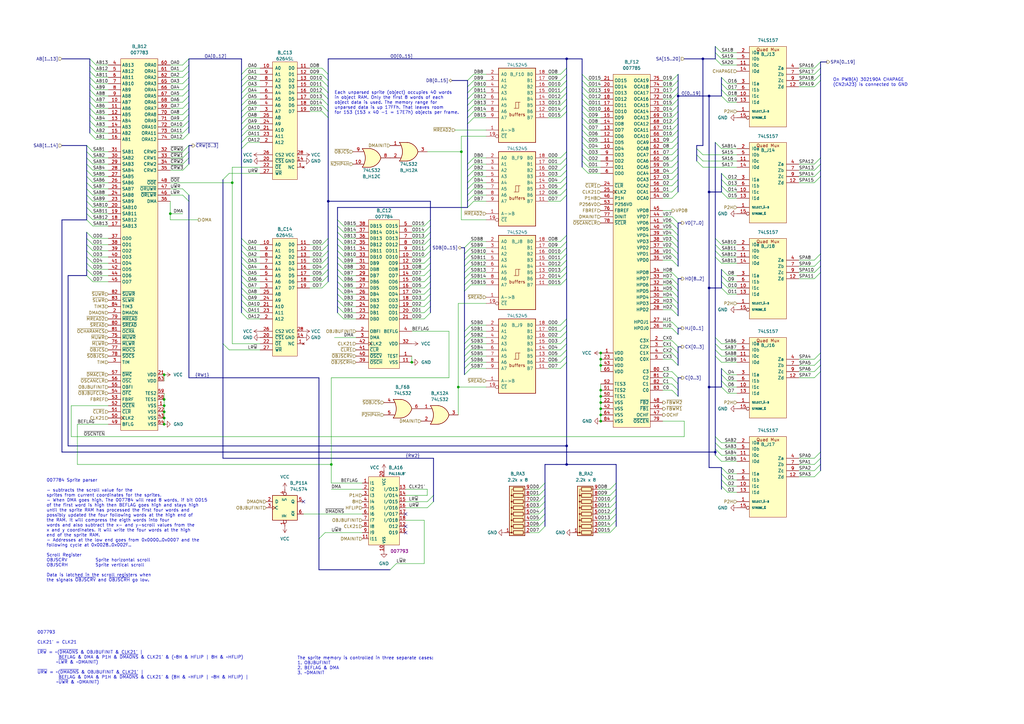
<source format=kicad_sch>
(kicad_sch (version 20231120) (generator "eeschema") (generator_version "8.0")
  (paper "A3")
  (title_block (title "Twin 16 - Rev B") (date "2024-08-04") (company "Konami GX785/GX870/GX808/GX903") (comment 1 "Ulf Skutnabba, twitter: @skutis77"))
  (bus_alias "RW1" (members "U~{W}R" "L~{W}R"))
  (bus_alias "RW2" (members "UR~{W}" "LR~{W}"))
  (junction (at 135.89 190.5))
  (junction (at 278.13 39.37))
  (junction (at 134.62 82.55))
  (junction (at 246.38 167.64))
  (junction (at 232.41 24.13))
  (junction (at 246.38 144.78))
  (junction (at 67.31 166.37))
  (junction (at 67.31 171.45))
  (junction (at 293.37 185.42))
  (junction (at 95.25 74.93))
  (junction (at 246.38 165.1))
  (junction (at 246.38 149.86))
  (junction (at 246.38 162.56))
  (junction (at 67.31 173.99))
  (junction (at 246.38 147.32))
  (junction (at 232.41 182.88))
  (junction (at 290.83 158.75))
  (junction (at 246.38 170.18))
  (junction (at 187.96 158.75))
  (junction (at 232.41 190.5))
  (junction (at 288.29 24.13))
  (junction (at 246.38 160.02))
  (junction (at 67.31 153.67))
  (junction (at 246.38 172.72))
  (junction (at 290.83 39.37))
  (junction (at 189.23 62.23))
  (junction (at 67.31 168.91))
  (junction (at 168.91 148.59))
  (junction (at 290.83 78.74))
  (junction (at 67.31 163.83))
  (junction (at 290.83 118.11))
  (junction (at 69.85 87.63))
  (no_connect (at 124.46 205.74))
  (no_connect (at 166.37 210.82))
  (no_connect (at 166.37 215.9))
  (no_connect (at 166.37 218.44))
  (bus_entry (at 36.83 26.67) (size 2.54 2.54))
  (bus_entry (at 36.83 54.61) (size 2.54 2.54))
  (bus_entry (at 101.6 123.19) (size -2.54 -2.54))
  (bus_entry (at 232.41 148.59) (size -2.54 2.54))
  (bus_entry (at 220.98 218.44) (size 2.54 -2.54))
  (bus_entry (at 278.13 35.56) (size -2.54 2.54))
  (bus_entry (at 35.56 59.69) (size 2.54 2.54))
  (bus_entry (at 194.31 30.48) (size -2.54 2.54))
  (bus_entry (at 35.56 110.49) (size 2.54 2.54))
  (bus_entry (at 77.47 49.53) (size -2.54 2.54))
  (bus_entry (at 241.3 45.72) (size -2.54 -2.54))
  (bus_entry (at 278.13 73.66) (size -2.54 2.54))
  (bus_entry (at 140.97 95.25) (size -2.54 -2.54))
  (bus_entry (at 295.91 78.74) (size 2.54 2.54))
  (bus_entry (at 241.3 66.04) (size -2.54 -2.54))
  (bus_entry (at 232.41 101.6) (size -2.54 2.54))
  (bus_entry (at 35.56 107.95) (size 2.54 2.54))
  (bus_entry (at 101.6 105.41) (size -2.54 -2.54))
  (bus_entry (at 193.04 114.3) (size -2.54 2.54))
  (bus_entry (at 77.47 29.21) (size -2.54 2.54))
  (bus_entry (at 193.04 140.97) (size -2.54 2.54))
  (bus_entry (at 36.83 52.07) (size 2.54 2.54))
  (bus_entry (at 293.37 24.13) (size 2.54 2.54))
  (bus_entry (at 278.13 104.14) (size -2.54 -2.54))
  (bus_entry (at 36.83 29.21) (size 2.54 2.54))
  (bus_entry (at 35.56 64.77) (size 2.54 2.54))
  (bus_entry (at 278.13 114.3) (size -2.54 -2.54))
  (bus_entry (at 232.41 35.56) (size -2.54 2.54))
  (bus_entry (at 295.91 191.77) (size 2.54 2.54))
  (bus_entry (at 101.6 27.94) (size -2.54 2.54))
  (bus_entry (at 36.83 41.91) (size 2.54 2.54))
  (bus_entry (at 101.6 115.57) (size -2.54 -2.54))
  (bus_entry (at 336.55 69.85) (size -2.54 2.54))
  (bus_entry (at 77.47 54.61) (size -2.54 2.54))
  (bus_entry (at 101.6 107.95) (size -2.54 -2.54))
  (bus_entry (at 101.6 102.87) (size -2.54 -2.54))
  (bus_entry (at 336.55 185.42) (size -2.54 2.54))
  (bus_entry (at 250.19 213.36) (size 2.54 -2.54))
  (bus_entry (at 232.41 114.3) (size -2.54 2.54))
  (bus_entry (at 278.13 160.02) (size -2.54 -2.54))
  (bus_entry (at 278.13 33.02) (size -2.54 2.54))
  (bus_entry (at 336.55 72.39) (size -2.54 2.54))
  (bus_entry (at 134.62 115.57) (size -2.54 2.54))
  (bus_entry (at 101.6 100.33) (size -2.54 -2.54))
  (bus_entry (at 176.53 100.33) (size -2.54 2.54))
  (bus_entry (at 176.53 118.11) (size -2.54 2.54))
  (bus_entry (at 77.47 36.83) (size -2.54 2.54))
  (bus_entry (at 101.6 125.73) (size -2.54 -2.54))
  (bus_entry (at 336.55 67.31) (size -2.54 2.54))
  (bus_entry (at 93.98 143.51) (size -2.54 -2.54))
  (bus_entry (at 194.31 74.93) (size -2.54 2.54))
  (bus_entry (at 336.55 111.76) (size -2.54 2.54))
  (bus_entry (at 295.91 73.66) (size 2.54 2.54))
  (bus_entry (at 134.62 45.72) (size -2.54 -2.54))
  (bus_entry (at 35.56 74.93) (size 2.54 2.54))
  (bus_entry (at 293.37 19.05) (size 2.54 2.54))
  (bus_entry (at 336.55 27.94) (size -2.54 2.54))
  (bus_entry (at 194.31 45.72) (size -2.54 2.54))
  (bus_entry (at 176.53 128.27) (size -2.54 2.54))
  (bus_entry (at 232.41 104.14) (size -2.54 2.54))
  (bus_entry (at 232.41 133.35) (size -2.54 2.54))
  (bus_entry (at 334.01 35.56) (size 2.54 -2.54))
  (bus_entry (at 232.41 40.64) (size -2.54 2.54))
  (bus_entry (at 220.98 213.36) (size 2.54 -2.54))
  (bus_entry (at 193.04 101.6) (size -2.54 2.54))
  (bus_entry (at 336.55 144.78) (size -2.54 2.54))
  (bus_entry (at 77.47 64.77) (size -2.54 2.54))
  (bus_entry (at 250.19 200.66) (size 2.54 -2.54))
  (bus_entry (at 176.53 107.95) (size -2.54 2.54))
  (bus_entry (at 193.04 143.51) (size -2.54 2.54))
  (bus_entry (at 140.97 125.73) (size -2.54 -2.54))
  (bus_entry (at 35.56 69.85) (size 2.54 2.54))
  (bus_entry (at 336.55 109.22) (size -2.54 2.54))
  (bus_entry (at 35.56 105.41) (size 2.54 2.54))
  (bus_entry (at 101.6 58.42) (size -2.54 2.54))
  (bus_entry (at 336.55 25.4) (size -2.54 2.54))
  (bus_entry (at 194.31 48.26) (size -2.54 2.54))
  (bus_entry (at 295.91 199.39) (size 2.54 2.54))
  (bus_entry (at 278.13 121.92) (size -2.54 -2.54))
  (bus_entry (at 134.62 97.79) (size -2.54 2.54))
  (bus_entry (at 101.6 38.1) (size -2.54 2.54))
  (bus_entry (at 241.3 33.02) (size -2.54 -2.54))
  (bus_entry (at 35.56 97.79) (size 2.54 2.54))
  (bus_entry (at 295.91 158.75) (size 2.54 2.54))
  (bus_entry (at 101.6 130.81) (size -2.54 -2.54))
  (bus_entry (at 295.91 151.13) (size 2.54 2.54))
  (bus_entry (at 176.53 125.73) (size -2.54 2.54))
  (bus_entry (at 232.41 74.93) (size -2.54 2.54))
  (bus_entry (at 232.41 146.05) (size -2.54 2.54))
  (bus_entry (at 134.62 48.26) (size -2.54 -2.54))
  (bus_entry (at 140.97 105.41) (size -2.54 -2.54))
  (bus_entry (at 36.83 39.37) (size 2.54 2.54))
  (bus_entry (at 134.62 113.03) (size -2.54 2.54))
  (bus_entry (at 140.97 113.03) (size -2.54 -2.54))
  (bus_entry (at 101.6 110.49) (size -2.54 -2.54))
  (bus_entry (at 194.31 67.31) (size -2.54 2.54))
  (bus_entry (at 278.13 78.74) (size -2.54 2.54))
  (bus_entry (at 176.53 95.25) (size -2.54 2.54))
  (bus_entry (at 35.56 87.63) (size 2.54 2.54))
  (bus_entry (at 101.6 40.64) (size -2.54 2.54))
  (bus_entry (at 293.37 100.33) (size 2.54 2.54))
  (bus_entry (at 295.91 196.85) (size 2.54 2.54))
  (bus_entry (at 336.55 152.4) (size -2.54 2.54))
  (bus_entry (at 176.53 90.17) (size -2.54 2.54))
  (bus_entry (at 241.3 58.42) (size -2.54 -2.54))
  (bus_entry (at 220.98 203.2) (size 2.54 -2.54))
  (bus_entry (at 293.37 179.07) (size 2.54 2.54))
  (bus_entry (at 232.41 143.51) (size -2.54 2.54))
  (bus_entry (at 241.3 53.34) (size -2.54 -2.54))
  (bus_entry (at 176.53 97.79) (size -2.54 2.54))
  (bus_entry (at 278.13 142.24) (size -2.54 -2.54))
  (bus_entry (at 278.13 119.38) (size -2.54 -2.54))
  (bus_entry (at 278.13 154.94) (size -2.54 -2.54))
  (bus_entry (at 278.13 116.84) (size -2.54 -2.54))
  (bus_entry (at 134.62 40.64) (size -2.54 -2.54))
  (bus_entry (at 140.97 128.27) (size -2.54 -2.54))
  (bus_entry (at 193.04 109.22) (size -2.54 2.54))
  (bus_entry (at 336.55 190.5) (size -2.54 2.54))
  (bus_entry (at 232.41 27.94) (size -2.54 2.54))
  (bus_entry (at 241.3 60.96) (size -2.54 -2.54))
  (bus_entry (at 293.37 138.43) (size 2.54 2.54))
  (bus_entry (at 241.3 68.58) (size -2.54 -2.54))
  (bus_entry (at 36.83 24.13) (size 2.54 2.54))
  (bus_entry (at 140.97 110.49) (size -2.54 -2.54))
  (bus_entry (at 35.56 80.01) (size 2.54 2.54))
  (bus_entry (at 101.6 33.02) (size -2.54 2.54))
  (bus_entry (at 278.13 50.8) (size -2.54 2.54))
  (bus_entry (at 295.91 153.67) (size 2.54 2.54))
  (bus_entry (at 232.41 43.18) (size -2.54 2.54))
  (bus_entry (at 77.47 62.23) (size -2.54 2.54))
  (bus_entry (at 278.13 71.12) (size -2.54 2.54))
  (bus_entry (at 101.6 128.27) (size -2.54 -2.54))
  (bus_entry (at 232.41 69.85) (size -2.54 2.54))
  (bus_entry (at 101.6 50.8) (size -2.54 2.54))
  (bus_entry (at 35.56 90.17) (size 2.54 2.54))
  (bus_entry (at 101.6 48.26) (size -2.54 2.54))
  (bus_entry (at 278.13 76.2) (size -2.54 2.54))
  (bus_entry (at 77.47 44.45) (size -2.54 2.54))
  (bus_entry (at 193.04 146.05) (size -2.54 2.54))
  (bus_entry (at 278.13 68.58) (size -2.54 2.54))
  (bus_entry (at 278.13 60.96) (size -2.54 2.54))
  (bus_entry (at 278.13 63.5) (size -2.54 2.54))
  (bus_entry (at 232.41 106.68) (size -2.54 2.54))
  (bus_entry (at 35.56 77.47) (size 2.54 2.54))
  (bus_entry (at 101.6 45.72) (size -2.54 2.54))
  (bus_entry (at 232.41 135.89) (size -2.54 2.54))
  (bus_entry (at 295.91 115.57) (size 2.54 2.54))
  (bus_entry (at 177.8 205.74) (size -2.54 2.54))
  (bus_entry (at 336.55 187.96) (size -2.54 2.54))
  (bus_entry (at 177.8 203.2) (size -2.54 2.54))
  (bus_entry (at 35.56 85.09) (size 2.54 2.54))
  (bus_entry (at 278.13 58.42) (size -2.54 2.54))
  (bus_entry (at 134.62 105.41) (size -2.54 2.54))
  (bus_entry (at 232.41 140.97) (size -2.54 2.54))
  (bus_entry (at 35.56 72.39) (size 2.54 2.54))
  (bus_entry (at 278.13 99.06) (size -2.54 -2.54))
  (bus_entry (at 193.04 106.68) (size -2.54 2.54))
  (bus_entry (at 293.37 143.51) (size 2.54 2.54))
  (bus_entry (at 336.55 147.32) (size -2.54 2.54))
  (bus_entry (at 140.97 120.65) (size -2.54 -2.54))
  (bus_entry (at 295.91 76.2) (size 2.54 2.54))
  (bus_entry (at 101.6 120.65) (size -2.54 -2.54))
  (bus_entry (at 193.04 148.59) (size -2.54 2.54))
  (bus_entry (at 35.56 62.23) (size 2.54 2.54))
  (bus_entry (at 232.41 45.72) (size -2.54 2.54))
  (bus_entry (at 194.31 38.1) (size -2.54 2.54))
  (bus_entry (at 194.31 72.39) (size -2.54 2.54))
  (bus_entry (at 232.41 109.22) (size -2.54 2.54))
  (bus_entry (at 232.41 67.31) (size -2.54 2.54))
  (bus_entry (at 241.3 63.5) (size -2.54 -2.54))
  (bus_entry (at 101.6 30.48) (size -2.54 2.54))
  (bus_entry (at 241.3 38.1) (size -2.54 -2.54))
  (bus_entry (at 194.31 64.77) (size -2.54 2.54))
  (bus_entry (at 220.98 210.82) (size 2.54 -2.54))
  (bus_entry (at 220.98 200.66) (size 2.54 -2.54))
  (bus_entry (at 193.04 104.14) (size -2.54 2.54))
  (bus_entry (at 176.53 115.57) (size -2.54 2.54))
  (bus_entry (at 194.31 35.56) (size -2.54 2.54))
  (bus_entry (at 193.04 116.84) (size -2.54 2.54))
  (bus_entry (at 140.97 97.79) (size -2.54 -2.54))
  (bus_entry (at 250.19 208.28) (size 2.54 -2.54))
  (bus_entry (at 232.41 38.1) (size -2.54 2.54))
  (bus_entry (at 134.62 100.33) (size -2.54 2.54))
  (bus_entry (at 278.13 124.46) (size -2.54 -2.54))
  (bus_entry (at 295.91 71.12) (size 2.54 2.54))
  (bus_entry (at 278.13 91.44) (size -2.54 -2.54))
  (bus_entry (at 293.37 58.42) (size 2.54 2.54))
  (bus_entry (at 101.6 53.34) (size -2.54 2.54))
  (bus_entry (at 35.56 95.25) (size 2.54 2.54))
  (bus_entry (at 193.04 135.89) (size -2.54 2.54))
  (bus_entry (at 134.62 102.87) (size -2.54 2.54))
  (bus_entry (at 134.62 107.95) (size -2.54 2.54))
  (bus_entry (at 293.37 140.97) (size 2.54 2.54))
  (bus_entry (at 134.62 43.18) (size -2.54 -2.54))
  (bus_entry (at 295.91 110.49) (size 2.54 2.54))
  (bus_entry (at 250.19 203.2) (size 2.54 -2.54))
  (bus_entry (at 35.56 100.33) (size 2.54 2.54))
  (bus_entry (at 250.19 210.82) (size 2.54 -2.54))
  (bus_entry (at 285.75 60.96) (size 2.54 2.54))
  (bus_entry (at 293.37 184.15) (size 2.54 2.54))
  (bus_entry (at 134.62 110.49) (size -2.54 2.54))
  (bus_entry (at 140.97 130.81) (size -2.54 -2.54))
  (bus_entry (at 278.13 109.22) (size -2.54 -2.54))
  (bus_entry (at 162.56 231.14) (size -2.54 2.54))
  (bus_entry (at 140.97 102.87) (size -2.54 -2.54))
  (bus_entry (at 194.31 80.01) (size -2.54 2.54))
  (bus_entry (at 232.41 96.52) (size -2.54 2.54))
  (bus_entry (at 295.91 31.75) (size 2.54 2.54))
  (bus_entry (at 77.47 31.75) (size -2.54 2.54))
  (bus_entry (at 232.41 130.81) (size -2.54 2.54))
  (bus_entry (at 278.13 129.54) (size -2.54 -2.54))
  (bus_entry (at 278.13 38.1) (size -2.54 2.54))
  (bus_entry (at 140.97 115.57) (size -2.54 -2.54))
  (bus_entry (at 36.83 36.83) (size 2.54 2.54))
  (bus_entry (at 220.98 205.74) (size 2.54 -2.54))
  (bus_entry (at 295.91 194.31) (size 2.54 2.54))
  (bus_entry (at 193.04 151.13) (size -2.54 2.54))
  (bus_entry (at 232.41 111.76) (size -2.54 2.54))
  (bus_entry (at 35.56 82.55) (size 2.54 2.54))
  (bus_entry (at 232.41 33.02) (size -2.54 2.54))
  (bus_entry (at 140.97 123.19) (size -2.54 -2.54))
  (bus_entry (at 278.13 106.68) (size -2.54 -2.54))
  (bus_entry (at 336.55 193.04) (size -2.54 2.54))
  (bus_entry (at 232.41 138.43) (size -2.54 2.54))
  (bus_entry (at 285.75 66.04) (size 2.54 2.54))
  (bus_entry (at 293.37 21.59) (size 2.54 2.54))
  (bus_entry (at 336.55 149.86) (size -2.54 2.54))
  (bus_entry (at 278.13 30.48) (size -2.54 2.54))
  (bus_entry (at 35.56 113.03) (size 2.54 2.54))
  (bus_entry (at 241.3 55.88) (size -2.54 -2.54))
  (bus_entry (at 140.97 107.95) (size -2.54 -2.54))
  (bus_entry (at 232.41 77.47) (size -2.54 2.54))
  (bus_entry (at 278.13 55.88) (size -2.54 2.54))
  (bus_entry (at 278.13 96.52) (size -2.54 -2.54))
  (bus_entry (at 241.3 35.56) (size -2.54 -2.54))
  (bus_entry (at 241.3 50.8) (size -2.54 -2.54))
  (bus_entry (at 250.19 218.44) (size 2.54 -2.54))
  (bus_entry (at 134.62 30.48) (size -2.54 -2.54))
  (bus_entry (at 278.13 53.34) (size -2.54 2.54))
  (bus_entry (at 77.47 59.69) (size -2.54 2.54))
  (bus_entry (at 278.13 134.62) (size -2.54 -2.54))
  (bus_entry (at 77.47 46.99) (size -2.54 2.54))
  (bus_entry (at 293.37 181.61) (size 2.54 2.54))
  (bus_entry (at 336.55 64.77) (size -2.54 2.54))
  (bus_entry (at 232.41 62.23) (size -2.54 2.54))
  (bus_entry (at 278.13 48.26) (size -2.54 2.54))
  (bus_entry (at 295.91 39.37) (size 2.54 2.54))
  (bus_entry (at 36.83 49.53) (size 2.54 2.54))
  (bus_entry (at 293.37 186.69) (size 2.54 2.54))
  (bus_entry (at 295.91 118.11) (size 2.54 2.54))
  (bus_entry (at 278.13 66.04) (size -2.54 2.54))
  (bus_entry (at 241.3 40.64) (size -2.54 -2.54))
  (bus_entry (at 278.13 127) (size -2.54 -2.54))
  (bus_entry (at 36.83 31.75) (size 2.54 2.54))
  (bus_entry (at 194.31 69.85) (size -2.54 2.54))
  (bus_entry (at 278.13 162.56) (size -2.54 -2.54))
  (bus_entry (at 278.13 101.6) (size -2.54 -2.54))
  (bus_entry (at 176.53 123.19) (size -2.54 2.54))
  (bus_entry (at 220.98 215.9) (size 2.54 -2.54))
  (bus_entry (at 35.56 102.87) (size 2.54 2.54))
  (bus_entry (at 193.04 99.06) (size -2.54 2.54))
  (bus_entry (at 293.37 102.87) (size 2.54 2.54))
  (bus_entry (at 241.3 71.12) (size -2.54 -2.54))
  (bus_entry (at 232.41 64.77) (size -2.54 2.54))
  (bus_entry (at 101.6 55.88) (size -2.54 2.54))
  (bus_entry (at 134.62 33.02) (size -2.54 -2.54))
  (bus_entry (at 176.53 110.49) (size -2.54 2.54))
  (bus_entry (at 232.41 80.01) (size -2.54 2.54))
  (bus_entry (at 278.13 149.86) (size -2.54 -2.54))
  (bus_entry (at 285.75 63.5) (size 2.54 2.54))
  (bus_entry (at 293.37 105.41) (size 2.54 2.54))
  (bus_entry (at 250.19 205.74) (size 2.54 -2.54))
  (bus_entry (at 176.53 92.71) (size -2.54 2.54))
  (bus_entry (at 101.6 118.11) (size -2.54 -2.54))
  (bus_entry (at 176.53 113.03) (size -2.54 2.54))
  (bus_entry (at 93.98 71.12) (size -2.54 2.54))
  (bus_entry (at 232.41 99.06) (size -2.54 2.54))
  (bus_entry (at 36.83 44.45) (size 2.54 2.54))
  (bus_entry (at 36.83 46.99) (size 2.54 2.54))
  (bus_entry (at 250.19 215.9) (size 2.54 -2.54))
  (bus_entry (at 193.04 111.76) (size -2.54 2.54))
  (bus_entry (at 77.47 24.13) (size -2.54 2.54))
  (bus_entry (at 101.6 113.03) (size -2.54 -2.54))
  (bus_entry (at 194.31 33.02) (size -2.54 2.54))
  (bus_entry (at 194.31 43.18) (size -2.54 2.54))
  (bus_entry (at 278.13 144.78) (size -2.54 -2.54))
  (bus_entry (at 278.13 40.64) (size -2.54 2.54))
  (bus_entry (at 77.47 82.55) (size -2.54 -2.54))
  (bus_entry (at 295.91 34.29) (size 2.54 2.54))
  (bus_entry (at 293.37 97.79) (size 2.54 2.54))
  (bus_entry (at 295.91 156.21) (size 2.54 2.54))
  (bus_entry (at 77.47 26.67) (size -2.54 2.54))
  (bus_entry (at 194.31 82.55) (size -2.54 2.54))
  (bus_entry (at 278.13 43.18) (size -2.54 2.54))
  (bus_entry (at 241.3 43.18) (size -2.54 -2.54))
  (bus_entry (at 193.04 138.43) (size -2.54 2.54))
  (bus_entry (at 232.41 72.39) (size -2.54 2.54))
  (bus_entry (at 77.47 41.91) (size -2.54 2.54))
  (bus_entry (at 134.62 38.1) (size -2.54 -2.54))
  (bus_entry (at 295.91 113.03) (size 2.54 2.54))
  (bus_entry (at 241.3 48.26) (size -2.54 -2.54))
  (bus_entry (at 35.56 67.31) (size 2.54 2.54))
  (bus_entry (at 133.35 218.44) (size -2.54 2.54))
  (bus_entry (at 77.47 39.37) (size -2.54 2.54))
  (bus_entry (at 176.53 120.65) (size -2.54 2.54))
  (bus_entry (at 278.13 157.48) (size -2.54 -2.54))
  (bus_entry (at 278.13 45.72) (size -2.54 2.54))
  (bus_entry (at 278.13 137.16) (size -2.54 -2.54))
  (bus_entry (at 140.97 118.11) (size -2.54 -2.54))
  (bus_entry (at 77.47 34.29) (size -2.54 2.54))
  (bus_entry (at 176.53 105.41) (size -2.54 2.54))
  (bus_entry (at 232.41 30.48) (size -2.54 2.54))
  (bus_entry (at 77.47 67.31) (size -2.54 2.54))
  (bus_entry (at 336.55 104.14) (size -2.54 2.54))
  (bus_entry (at 134.62 35.56) (size -2.54 -2.54))
  (bus_entry (at 194.31 40.64) (size -2.54 2.54))
  (bus_entry (at 278.13 93.98) (size -2.54 -2.54))
  (bus_entry (at 101.6 35.56) (size -2.54 2.54))
  (bus_entry (at 176.53 102.87) (size -2.54 2.54))
  (bus_entry (at 194.31 77.47) (size -2.54 2.54))
  (bus_entry (at 278.13 147.32) (size -2.54 -2.54))
  (bus_entry (at 293.37 146.05) (size 2.54 2.54))
  (bus_entry (at 295.91 36.83) (size 2.54 2.54))
  (bus_entry (at 77.47 80.01) (size -2.54 -2.54))
  (bus_entry (at 77.47 52.07) (size -2.54 2.54))
  (bus_entry (at 101.6 43.18) (size -2.54 2.54))
  (bus_entry (at 193.04 133.35) (size -2.54 2.54))
  (bus_entry (at 336.55 106.68) (size -2.54 2.54))
  (bus_entry (at 140.97 92.71) (size -2.54 -2.54))
  (bus_entry (at 36.83 34.29) (size 2.54 2.54))
  (bus_entry (at 334.01 33.02) (size 2.54 -2.54))
  (bus_entry (at 220.98 208.28) (size 2.54 -2.54))
  (bus_entry (at 140.97 100.33) (size -2.54 -2.54))
  (bus (pts (xy 280.67 24.13) (xy 288.29 24.13)))
  (bus (pts (xy 238.76 30.48) (xy 238.76 24.13)))
  (wire (pts (xy 101.6 118.11) (xy 106.68 118.11)))
  (wire (pts (xy 193.04 143.51) (xy 199.39 143.51)))
  (bus (pts (xy 185.42 33.02) (xy 191.77 33.02)))
  (wire (pts (xy 241.3 35.56) (xy 246.38 35.56)))
  (bus (pts (xy 77.47 24.13) (xy 77.47 26.67)))
  (bus (pts (xy 278.13 144.78) (xy 278.13 142.24)))
  (bus (pts (xy 176.53 125.73) (xy 176.53 123.19)))
  (wire (pts (xy 224.79 77.47) (xy 229.87 77.47)))
  (bus (pts (xy 293.37 102.87) (xy 293.37 105.41)))
  (wire (pts (xy 241.3 33.02) (xy 246.38 33.02)))
  (wire (pts (xy 280.67 179.07) (xy 280.67 172.72)))
  (wire (pts (xy 38.1 85.09) (xy 44.45 85.09)))
  (bus (pts (xy 295.91 199.39) (xy 295.91 196.85)))
  (bus (pts (xy 134.62 100.33) (xy 134.62 102.87)))
  (wire (pts (xy 224.79 33.02) (xy 229.87 33.02)))
  (bus (pts (xy 336.55 104.14) (xy 336.55 106.68)))
  (wire (pts (xy 140.97 95.25) (xy 146.05 95.25)))
  (wire (pts (xy 271.78 144.78) (xy 275.59 144.78)))
  (wire (pts (xy 224.79 146.05) (xy 229.87 146.05)))
  (bus (pts (xy 176.53 128.27) (xy 176.53 125.73)))
  (wire (pts (xy 69.85 34.29) (xy 74.93 34.29)))
  (wire (pts (xy 298.45 199.39) (xy 302.26 199.39)))
  (wire (pts (xy 217.17 215.9) (xy 220.98 215.9)))
  (bus (pts (xy 191.77 77.47) (xy 191.77 80.01)))
  (wire (pts (xy 298.45 76.2) (xy 302.26 76.2)))
  (wire (pts (xy 127 33.02) (xy 132.08 33.02)))
  (bus (pts (xy 295.91 113.03) (xy 295.91 115.57)))
  (bus (pts (xy 278.13 66.04) (xy 278.13 68.58)))
  (wire (pts (xy 140.97 92.71) (xy 146.05 92.71)))
  (wire (pts (xy 224.79 133.35) (xy 229.87 133.35)))
  (wire (pts (xy 271.78 88.9) (xy 275.59 88.9)))
  (bus (pts (xy 278.13 149.86) (xy 278.13 147.32)))
  (bus (pts (xy 232.41 38.1) (xy 232.41 40.64)))
  (wire (pts (xy 101.6 123.19) (xy 106.68 123.19)))
  (bus (pts (xy 336.55 72.39) (xy 336.55 104.14)))
  (wire (pts (xy 298.45 201.93) (xy 302.26 201.93)))
  (wire (pts (xy 101.6 115.57) (xy 106.68 115.57)))
  (bus (pts (xy 191.77 50.8) (xy 191.77 67.31)))
  (wire (pts (xy 224.79 80.01) (xy 229.87 80.01)))
  (wire (pts (xy 271.78 106.68) (xy 275.59 106.68)))
  (wire (pts (xy 168.91 118.11) (xy 173.99 118.11)))
  (wire (pts (xy 168.91 120.65) (xy 173.99 120.65)))
  (wire (pts (xy 193.04 99.06) (xy 199.39 99.06)))
  (bus (pts (xy 35.56 67.31) (xy 35.56 64.77)))
  (wire (pts (xy 69.85 87.63) (xy 69.85 82.55)))
  (wire (pts (xy 175.26 200.66) (xy 175.26 203.2)))
  (wire (pts (xy 193.04 101.6) (xy 199.39 101.6)))
  (bus (pts (xy 91.44 140.97) (xy 91.44 187.96)))
  (bus (pts (xy 232.41 67.31) (xy 232.41 69.85)))
  (wire (pts (xy 140.97 107.95) (xy 146.05 107.95)))
  (wire (pts (xy 295.91 24.13) (xy 302.26 24.13)))
  (wire (pts (xy 295.91 140.97) (xy 302.26 140.97)))
  (wire (pts (xy 38.1 90.17) (xy 44.45 90.17)))
  (bus (pts (xy 35.56 77.47) (xy 35.56 74.93)))
  (wire (pts (xy 327.66 74.93) (xy 334.01 74.93)))
  (wire (pts (xy 295.91 100.33) (xy 302.26 100.33)))
  (bus (pts (xy 238.76 40.64) (xy 238.76 38.1)))
  (wire (pts (xy 194.31 77.47) (xy 199.39 77.47)))
  (wire (pts (xy 224.79 116.84) (xy 229.87 116.84)))
  (bus (pts (xy 293.37 179.07) (xy 293.37 181.61)))
  (wire (pts (xy 39.37 44.45) (xy 44.45 44.45)))
  (bus (pts (xy 99.06 53.34) (xy 99.06 50.8)))
  (wire (pts (xy 224.79 45.72) (xy 229.87 45.72)))
  (wire (pts (xy 327.66 109.22) (xy 334.01 109.22)))
  (bus (pts (xy 336.55 152.4) (xy 336.55 185.42)))
  (bus (pts (xy 99.06 43.18) (xy 99.06 40.64)))
  (wire (pts (xy 38.1 74.93) (xy 44.45 74.93)))
  (wire (pts (xy 224.79 30.48) (xy 229.87 30.48)))
  (bus (pts (xy 190.5 119.38) (xy 190.5 135.89)))
  (bus (pts (xy 176.53 92.71) (xy 176.53 90.17)))
  (wire (pts (xy 271.78 35.56) (xy 275.59 35.56)))
  (bus (pts (xy 134.62 24.13) (xy 134.62 30.48)))
  (wire (pts (xy 38.1 82.55) (xy 44.45 82.55)))
  (wire (pts (xy 298.45 39.37) (xy 302.26 39.37)))
  (bus (pts (xy 138.43 92.71) (xy 138.43 95.25)))
  (wire (pts (xy 217.17 210.82) (xy 220.98 210.82)))
  (bus (pts (xy 278.13 63.5) (xy 278.13 66.04)))
  (wire (pts (xy 193.04 151.13) (xy 199.39 151.13)))
  (bus (pts (xy 295.91 194.31) (xy 295.91 191.77)))
  (wire (pts (xy 140.97 130.81) (xy 146.05 130.81)))
  (bus (pts (xy 232.41 182.88) (xy 232.41 190.5)))
  (bus (pts (xy 134.62 97.79) (xy 134.62 100.33)))
  (wire (pts (xy 193.04 109.22) (xy 199.39 109.22)))
  (wire (pts (xy 38.1 69.85) (xy 44.45 69.85)))
  (wire (pts (xy 271.78 121.92) (xy 275.59 121.92)))
  (wire (pts (xy 194.31 30.48) (xy 199.39 30.48)))
  (wire (pts (xy 327.66 111.76) (xy 334.01 111.76)))
  (wire (pts (xy 275.59 86.36) (xy 271.78 86.36)))
  (wire (pts (xy 38.1 64.77) (xy 44.45 64.77)))
  (wire (pts (xy 327.66 190.5) (xy 334.01 190.5)))
  (wire (pts (xy 327.66 187.96) (xy 334.01 187.96)))
  (bus (pts (xy 190.5 101.6) (xy 190.5 104.14)))
  (bus (pts (xy 285.75 63.5) (xy 285.75 66.04)))
  (wire (pts (xy 298.45 73.66) (xy 302.26 73.66)))
  (wire (pts (xy 224.79 40.64) (xy 229.87 40.64)))
  (bus (pts (xy 35.56 100.33) (xy 35.56 102.87)))
  (bus (pts (xy 138.43 113.03) (xy 138.43 115.57)))
  (wire (pts (xy 224.79 48.26) (xy 229.87 48.26)))
  (bus (pts (xy 77.47 67.31) (xy 77.47 64.77)))
  (wire (pts (xy 241.3 50.8) (xy 246.38 50.8)))
  (wire (pts (xy 166.37 208.28) (xy 175.26 208.28)))
  (bus (pts (xy 191.77 33.02) (xy 191.77 35.56)))
  (bus (pts (xy 295.91 196.85) (xy 295.91 194.31)))
  (bus (pts (xy 290.83 78.74) (xy 290.83 118.11)))
  (bus (pts (xy 77.47 31.75) (xy 77.47 34.29)))
  (wire (pts (xy 69.85 74.93) (xy 95.25 74.93)))
  (wire (pts (xy 295.91 105.41) (xy 302.26 105.41)))
  (wire (pts (xy 127 35.56) (xy 132.08 35.56)))
  (bus (pts (xy 190.5 140.97) (xy 190.5 143.51)))
  (wire (pts (xy 241.3 38.1) (xy 246.38 38.1)))
  (bus (pts (xy 35.56 102.87) (xy 35.56 105.41)))
  (bus (pts (xy 295.91 71.12) (xy 295.91 73.66)))
  (bus (pts (xy 278.13 116.84) (xy 278.13 114.3)))
  (wire (pts (xy 271.78 127) (xy 275.59 127)))
  (wire (pts (xy 295.91 107.95) (xy 302.26 107.95)))
  (wire (pts (xy 245.11 208.28) (xy 250.19 208.28)))
  (wire (pts (xy 69.85 57.15) (xy 74.93 57.15)))
  (bus (pts (xy 99.06 125.73) (xy 99.06 123.19)))
  (bus (pts (xy 134.62 24.13) (xy 232.41 24.13)))
  (bus (pts (xy 252.73 205.74) (xy 252.73 203.2)))
  (bus (pts (xy 77.47 44.45) (xy 77.47 46.99)))
  (bus (pts (xy 77.47 64.77) (xy 77.47 62.23)))
  (bus (pts (xy 99.06 60.96) (xy 99.06 58.42)))
  (wire (pts (xy 327.66 33.02) (xy 334.01 33.02)))
  (wire (pts (xy 194.31 35.56) (xy 199.39 35.56)))
  (wire (pts (xy 224.79 74.93) (xy 229.87 74.93)))
  (bus (pts (xy 99.06 58.42) (xy 99.06 55.88)))
  (bus (pts (xy 252.73 210.82) (xy 252.73 208.28)))
  (bus (pts (xy 278.13 30.48) (xy 278.13 33.02)))
  (bus (pts (xy 288.29 59.69) (xy 285.75 59.69)))
  (wire (pts (xy 224.79 64.77) (xy 229.87 64.77)))
  (wire (pts (xy 241.3 55.88) (xy 246.38 55.88)))
  (wire (pts (xy 271.78 116.84) (xy 275.59 116.84)))
  (wire (pts (xy 168.91 95.25) (xy 173.99 95.25)))
  (wire (pts (xy 295.91 186.69) (xy 302.26 186.69)))
  (bus (pts (xy 252.73 190.5) (xy 232.41 190.5)))
  (wire (pts (xy 271.78 45.72) (xy 275.59 45.72)))
  (wire (pts (xy 124.46 210.82) (xy 148.59 210.82)))
  (bus (pts (xy 295.91 76.2) (xy 295.91 78.74)))
  (wire (pts (xy 327.66 193.04) (xy 334.01 193.04)))
  (wire (pts (xy 39.37 57.15) (xy 44.45 57.15)))
  (wire (pts (xy 127 27.94) (xy 132.08 27.94)))
  (wire (pts (xy 295.91 148.59) (xy 302.26 148.59)))
  (bus (pts (xy 278.13 109.22) (xy 278.13 106.68)))
  (wire (pts (xy 67.31 161.29) (xy 67.31 163.83)))
  (wire (pts (xy 194.31 80.01) (xy 199.39 80.01)))
  (wire (pts (xy 194.31 38.1) (xy 199.39 38.1)))
  (wire (pts (xy 39.37 49.53) (xy 44.45 49.53)))
  (wire (pts (xy 224.79 43.18) (xy 229.87 43.18)))
  (bus (pts (xy 27.94 182.88) (xy 232.41 182.88)))
  (bus (pts (xy 232.41 80.01) (xy 232.41 96.52)))
  (bus (pts (xy 295.91 200.66) (xy 295.91 199.39)))
  (wire (pts (xy 135.89 198.12) (xy 148.59 198.12)))
  (wire (pts (xy 39.37 36.83) (xy 44.45 36.83)))
  (wire (pts (xy 298.45 158.75) (xy 302.26 158.75)))
  (wire (pts (xy 246.38 147.32) (xy 246.38 149.86)))
  (wire (pts (xy 271.78 101.6) (xy 275.59 101.6)))
  (bus (pts (xy 336.55 33.02) (xy 336.55 64.77)))
  (wire (pts (xy 127 113.03) (xy 132.08 113.03)))
  (bus (pts (xy 35.56 107.95) (xy 35.56 110.49)))
  (bus (pts (xy 232.41 45.72) (xy 232.41 62.23)))
  (wire (pts (xy 101.6 38.1) (xy 106.68 38.1)))
  (bus (pts (xy 295.91 153.67) (xy 295.91 156.21)))
  (wire (pts (xy 271.78 33.02) (xy 275.59 33.02)))
  (bus (pts (xy 99.06 33.02) (xy 99.06 30.48)))
  (wire (pts (xy 327.66 106.68) (xy 334.01 106.68)))
  (wire (pts (xy 140.97 115.57) (xy 146.05 115.57)))
  (bus (pts (xy 191.77 69.85) (xy 191.77 72.39)))
  (wire (pts (xy 39.37 31.75) (xy 44.45 31.75)))
  (wire (pts (xy 271.78 50.8) (xy 275.59 50.8)))
  (bus (pts (xy 134.62 105.41) (xy 134.62 107.95)))
  (bus (pts (xy 191.77 48.26) (xy 191.77 50.8)))
  (wire (pts (xy 288.29 63.5) (xy 302.26 63.5)))
  (bus (pts (xy 290.83 158.75) (xy 290.83 118.11)))
  (bus (pts (xy 36.83 41.91) (xy 36.83 39.37)))
  (bus (pts (xy 190.5 143.51) (xy 190.5 146.05)))
  (wire (pts (xy 101.6 100.33) (xy 106.68 100.33)))
  (wire (pts (xy 271.78 114.3) (xy 275.59 114.3)))
  (bus (pts (xy 293.37 21.59) (xy 293.37 24.13)))
  (bus (pts (xy 190.5 151.13) (xy 190.5 153.67)))
  (wire (pts (xy 327.66 69.85) (xy 334.01 69.85)))
  (wire (pts (xy 224.79 135.89) (xy 229.87 135.89)))
  (bus (pts (xy 295.91 156.21) (xy 295.91 158.75)))
  (bus (pts (xy 138.43 95.25) (xy 138.43 97.79)))
  (bus (pts (xy 35.56 90.17) (xy 35.56 87.63)))
  (wire (pts (xy 38.1 62.23) (xy 44.45 62.23)))
  (wire (pts (xy 189.23 62.23) (xy 189.23 55.88)))
  (bus (pts (xy 36.83 34.29) (xy 36.83 31.75)))
  (bus (pts (xy 290.83 191.77) (xy 290.83 158.75)))
  (wire (pts (xy 135.89 190.5) (xy 135.89 198.12)))
  (wire (pts (xy 69.85 87.63) (xy 74.93 87.63)))
  (bus (pts (xy 295.91 34.29) (xy 295.91 36.83)))
  (wire (pts (xy 69.85 31.75) (xy 74.93 31.75)))
  (wire (pts (xy 193.04 148.59) (xy 199.39 148.59)))
  (wire (pts (xy 168.91 113.03) (xy 173.99 113.03)))
  (bus (pts (xy 35.56 74.93) (xy 35.56 72.39)))
  (bus (pts (xy 160.02 233.68) (xy 130.81 233.68)))
  (bus (pts (xy 77.47 39.37) (xy 77.47 41.91)))
  (bus (pts (xy 252.73 203.2) (xy 252.73 200.66)))
  (wire (pts (xy 101.6 33.02) (xy 106.68 33.02)))
  (bus (pts (xy 134.62 40.64) (xy 134.62 43.18)))
  (bus (pts (xy 252.73 200.66) (xy 252.73 198.12)))
  (wire (pts (xy 69.85 46.99) (xy 74.93 46.99)))
  (bus (pts (xy 278.13 45.72) (xy 278.13 48.26)))
  (wire (pts (xy 168.91 128.27) (xy 173.99 128.27)))
  (bus (pts (xy 278.13 142.24) (xy 279.4 142.24)))
  (bus (pts (xy 278.13 93.98) (xy 278.13 91.44)))
  (wire (pts (xy 67.31 153.67) (xy 67.31 156.21)))
  (wire (pts (xy 288.29 66.04) (xy 302.26 66.04)))
  (bus (pts (xy 35.56 72.39) (xy 35.56 69.85)))
  (wire (pts (xy 69.85 26.67) (xy 74.93 26.67)))
  (wire (pts (xy 101.6 53.34) (xy 106.68 53.34)))
  (wire (pts (xy 298.45 41.91) (xy 302.26 41.91)))
  (bus (pts (xy 138.43 85.09) (xy 191.77 85.09)))
  (bus (pts (xy 25.4 185.42) (xy 293.37 185.42)))
  (wire (pts (xy 168.91 100.33) (xy 173.99 100.33)))
  (wire (pts (xy 38.1 115.57) (xy 44.45 115.57)))
  (wire (pts (xy 38.1 87.63) (xy 44.45 87.63)))
  (bus (pts (xy 278.13 35.56) (xy 278.13 38.1)))
  (wire (pts (xy 295.91 184.15) (xy 302.26 184.15)))
  (wire (pts (xy 327.66 152.4) (xy 334.01 152.4)))
  (bus (pts (xy 176.53 90.17) (xy 176.53 82.55)))
  (wire (pts (xy 38.1 107.95) (xy 44.45 107.95)))
  (bus (pts (xy 278.13 160.02) (xy 278.13 157.48)))
  (bus (pts (xy 290.83 118.11) (xy 295.91 118.11)))
  (wire (pts (xy 166.37 200.66) (xy 175.26 200.66)))
  (wire (pts (xy 69.85 69.85) (xy 74.93 69.85)))
  (wire (pts (xy 224.79 138.43) (xy 229.87 138.43)))
  (wire (pts (xy 194.31 48.26) (xy 199.39 48.26)))
  (bus (pts (xy 232.41 77.47) (xy 232.41 80.01)))
  (bus (pts (xy 35.56 113.03) (xy 27.94 113.03)))
  (bus (pts (xy 77.47 24.13) (xy 99.06 24.13)))
  (bus (pts (xy 238.76 43.18) (xy 238.76 40.64)))
  (wire (pts (xy 127 102.87) (xy 132.08 102.87)))
  (bus (pts (xy 278.13 124.46) (xy 278.13 121.92)))
  (wire (pts (xy 38.1 77.47) (xy 44.45 77.47)))
  (bus (pts (xy 232.41 27.94) (xy 232.41 24.13)))
  (bus (pts (xy 36.83 52.07) (xy 36.83 49.53)))
  (bus (pts (xy 336.55 109.22) (xy 336.55 111.76)))
  (wire (pts (xy 140.97 110.49) (xy 146.05 110.49)))
  (wire (pts (xy 101.6 107.95) (xy 106.68 107.95)))
  (bus (pts (xy 336.55 67.31) (xy 336.55 69.85)))
  (wire (pts (xy 271.78 78.74) (xy 275.59 78.74)))
  (wire (pts (xy 184.15 154.94) (xy 135.89 154.94)))
  (wire (pts (xy 31.75 190.5) (xy 135.89 190.5)))
  (bus (pts (xy 252.73 215.9) (xy 252.73 213.36)))
  (wire (pts (xy 39.37 26.67) (xy 44.45 26.67)))
  (bus (pts (xy 293.37 138.43) (xy 293.37 140.97)))
  (wire (pts (xy 271.78 73.66) (xy 275.59 73.66)))
  (wire (pts (xy 193.04 111.76) (xy 199.39 111.76)))
  (bus (pts (xy 252.73 208.28) (xy 252.73 205.74)))
  (bus (pts (xy 336.55 27.94) (xy 336.55 30.48)))
  (wire (pts (xy 39.37 29.21) (xy 44.45 29.21)))
  (bus (pts (xy 238.76 50.8) (xy 238.76 48.26)))
  (wire (pts (xy 271.78 68.58) (xy 275.59 68.58)))
  (wire (pts (xy 246.38 162.56) (xy 246.38 165.1)))
  (bus (pts (xy 232.41 138.43) (xy 232.41 140.97)))
  (wire (pts (xy 194.31 72.39) (xy 199.39 72.39)))
  (wire (pts (xy 168.91 105.41) (xy 173.99 105.41)))
  (wire (pts (xy 127 40.64) (xy 132.08 40.64)))
  (wire (pts (xy 327.66 72.39) (xy 334.01 72.39)))
  (bus (pts (xy 295.91 73.66) (xy 295.91 76.2)))
  (bus (pts (xy 191.77 74.93) (xy 191.77 77.47)))
  (wire (pts (xy 69.85 36.83) (xy 74.93 36.83)))
  (bus (pts (xy 278.13 73.66) (xy 278.13 76.2)))
  (wire (pts (xy 194.31 45.72) (xy 199.39 45.72)))
  (wire (pts (xy 69.85 80.01) (xy 74.93 80.01)))
  (wire (pts (xy 245.11 205.74) (xy 250.19 205.74)))
  (bus (pts (xy 295.91 115.57) (xy 295.91 118.11)))
  (bus (pts (xy 190.5 135.89) (xy 190.5 138.43)))
  (bus (pts (xy 278.13 127) (xy 278.13 124.46)))
  (wire (pts (xy 166.37 205.74) (xy 175.26 205.74)))
  (bus (pts (xy 190.5 116.84) (xy 190.5 119.38)))
  (wire (pts (xy 271.78 40.64) (xy 275.59 40.64)))
  (bus (pts (xy 223.52 200.66) (xy 223.52 198.12)))
  (bus (pts (xy 223.52 198.12) (xy 223.52 190.5)))
  (wire (pts (xy 95.25 140.97) (xy 106.68 140.97)))
  (wire (pts (xy 39.37 46.99) (xy 44.45 46.99)))
  (bus (pts (xy 232.41 109.22) (xy 232.41 111.76)))
  (wire (pts (xy 173.99 231.14) (xy 173.99 213.36)))
  (bus (pts (xy 232.41 104.14) (xy 232.41 106.68)))
  (wire (pts (xy 288.29 68.58) (xy 302.26 68.58)))
  (wire (pts (xy 93.98 71.12) (xy 106.68 71.12)))
  (wire (pts (xy 187.96 124.46) (xy 199.39 124.46)))
  (bus (pts (xy 77.47 62.23) (xy 77.47 59.69)))
  (wire (pts (xy 101.6 55.88) (xy 106.68 55.88)))
  (bus (pts (xy 99.06 45.72) (xy 99.06 43.18)))
  (bus (pts (xy 238.76 60.96) (xy 238.76 58.42)))
  (bus (pts (xy 336.55 106.68) (xy 336.55 109.22)))
  (bus (pts (xy 278.13 99.06) (xy 278.13 96.52)))
  (bus (pts (xy 138.43 110.49) (xy 138.43 113.03)))
  (bus (pts (xy 138.43 102.87) (xy 138.43 105.41)))
  (wire (pts (xy 217.17 213.36) (xy 220.98 213.36)))
  (bus (pts (xy 232.41 62.23) (xy 232.41 64.77)))
  (bus (pts (xy 77.47 26.67) (xy 77.47 29.21)))
  (wire (pts (xy 69.85 67.31) (xy 74.93 67.31)))
  (wire (pts (xy 186.69 53.34) (xy 199.39 53.34)))
  (bus (pts (xy 190.5 146.05) (xy 190.5 148.59)))
  (bus (pts (xy 134.62 82.55) (xy 134.62 97.79)))
  (bus (pts (xy 191.77 72.39) (xy 191.77 74.93)))
  (bus (pts (xy 232.41 43.18) (xy 232.41 45.72)))
  (wire (pts (xy 245.11 218.44) (xy 250.19 218.44)))
  (wire (pts (xy 217.17 208.28) (xy 220.98 208.28)))
  (bus (pts (xy 232.41 130.81) (xy 232.41 133.35)))
  (wire (pts (xy 140.97 113.03) (xy 146.05 113.03)))
  (bus (pts (xy 99.06 55.88) (xy 99.06 53.34)))
  (bus (pts (xy 99.06 107.95) (xy 99.06 105.41)))
  (wire (pts (xy 298.45 81.28) (xy 302.26 81.28)))
  (wire (pts (xy 69.85 77.47) (xy 74.93 77.47)))
  (wire (pts (xy 193.04 114.3) (xy 199.39 114.3)))
  (bus (pts (xy 134.62 45.72) (xy 134.62 48.26)))
  (bus (pts (xy 99.06 118.11) (xy 99.06 115.57)))
  (wire (pts (xy 241.3 58.42) (xy 246.38 58.42)))
  (bus (pts (xy 278.13 154.94) (xy 279.4 154.94)))
  (bus (pts (xy 190.5 106.68) (xy 190.5 109.22)))
  (bus (pts (xy 35.56 69.85) (xy 35.56 67.31)))
  (bus (pts (xy 295.91 191.77) (xy 290.83 191.77)))
  (wire (pts (xy 271.78 38.1) (xy 275.59 38.1)))
  (bus (pts (xy 238.76 55.88) (xy 238.76 53.34)))
  (wire (pts (xy 245.11 200.66) (xy 250.19 200.66)))
  (bus (pts (xy 35.56 80.01) (xy 35.56 77.47)))
  (wire (pts (xy 241.3 45.72) (xy 246.38 45.72)))
  (bus (pts (xy 36.83 39.37) (xy 36.83 36.83)))
  (wire (pts (xy 101.6 110.49) (xy 106.68 110.49)))
  (wire (pts (xy 271.78 119.38) (xy 275.59 119.38)))
  (wire (pts (xy 101.6 27.94) (xy 106.68 27.94)))
  (bus (pts (xy 223.52 208.28) (xy 223.52 205.74)))
  (wire (pts (xy 193.04 138.43) (xy 199.39 138.43)))
  (wire (pts (xy 271.78 99.06) (xy 275.59 99.06)))
  (bus (pts (xy 252.73 198.12) (xy 252.73 190.5)))
  (wire (pts (xy 245.11 203.2) (xy 250.19 203.2)))
  (bus (pts (xy 130.81 233.68) (xy 130.81 220.98)))
  (wire (pts (xy 39.37 54.61) (xy 44.45 54.61)))
  (wire (pts (xy 246.38 157.48) (xy 246.38 160.02)))
  (bus (pts (xy 232.41 101.6) (xy 232.41 104.14)))
  (wire (pts (xy 67.31 166.37) (xy 67.31 168.91)))
  (bus (pts (xy 293.37 100.33) (xy 293.37 102.87)))
  (bus (pts (xy 232.41 35.56) (xy 232.41 38.1)))
  (wire (pts (xy 38.1 100.33) (xy 44.45 100.33)))
  (bus (pts (xy 138.43 97.79) (xy 138.43 100.33)))
  (bus (pts (xy 232.41 182.88) (xy 232.41 148.59)))
  (wire (pts (xy 271.78 160.02) (xy 275.59 160.02)))
  (wire (pts (xy 224.79 99.06) (xy 229.87 99.06)))
  (wire (pts (xy 327.66 67.31) (xy 334.01 67.31)))
  (wire (pts (xy 101.6 128.27) (xy 106.68 128.27)))
  (wire (pts (xy 241.3 43.18) (xy 246.38 43.18)))
  (wire (pts (xy 101.6 102.87) (xy 106.68 102.87)))
  (bus (pts (xy 288.29 24.13) (xy 288.29 59.69)))
  (wire (pts (xy 298.45 118.11) (xy 302.26 118.11)))
  (wire (pts (xy 135.89 200.66) (xy 148.59 200.66)))
  (bus (pts (xy 238.76 63.5) (xy 238.76 60.96)))
  (wire (pts (xy 295.91 21.59) (xy 302.26 21.59)))
  (bus (pts (xy 138.43 85.09) (xy 138.43 90.17)))
  (wire (pts (xy 140.97 123.19) (xy 146.05 123.19)))
  (bus (pts (xy 77.47 34.29) (xy 77.47 36.83)))
  (bus (pts (xy 99.06 97.79) (xy 99.06 100.33)))
  (bus (pts (xy 278.13 60.96) (xy 278.13 63.5)))
  (wire (pts (xy 298.45 78.74) (xy 302.26 78.74)))
  (bus (pts (xy 134.62 113.03) (xy 134.62 115.57)))
  (bus (pts (xy 77.47 46.99) (xy 77.47 49.53)))
  (wire (pts (xy 224.79 143.51) (xy 229.87 143.51)))
  (bus (pts (xy 77.47 59.69) (xy 78.74 59.69)))
  (wire (pts (xy 38.1 97.79) (xy 44.45 97.79)))
  (wire (pts (xy 224.79 38.1) (xy 229.87 38.1)))
  (wire (pts (xy 246.38 160.02) (xy 246.38 162.56)))
  (bus (pts (xy 278.13 55.88) (xy 278.13 58.42)))
  (wire (pts (xy 298.45 156.21) (xy 302.26 156.21)))
  (wire (pts (xy 246.38 144.78) (xy 246.38 147.32)))
  (wire (pts (xy 298.45 120.65) (xy 302.26 120.65)))
  (wire (pts (xy 168.91 102.87) (xy 173.99 102.87)))
  (wire (pts (xy 193.04 104.14) (xy 199.39 104.14)))
  (wire (pts (xy 187.96 158.75) (xy 187.96 170.18)))
  (bus (pts (xy 99.06 100.33) (xy 99.06 102.87)))
  (bus (pts (xy 177.8 205.74) (xy 177.8 203.2)))
  (bus (pts (xy 176.53 107.95) (xy 176.53 105.41)))
  (wire (pts (xy 241.3 48.26) (xy 246.38 48.26)))
  (bus (pts (xy 232.41 64.77) (xy 232.41 67.31)))
  (wire (pts (xy 194.31 82.55) (xy 199.39 82.55)))
  (bus (pts (xy 278.13 137.16) (xy 278.13 134.62)))
  (bus (pts (xy 77.47 49.53) (xy 77.47 52.07)))
  (bus (pts (xy 290.83 39.37) (xy 295.91 39.37)))
  (bus (pts (xy 191.77 45.72) (xy 191.77 48.26)))
  (wire (pts (xy 140.97 100.33) (xy 146.05 100.33)))
  (bus (pts (xy 99.06 105.41) (xy 99.06 102.87)))
  (bus (pts (xy 35.56 97.79) (xy 35.56 100.33)))
  (wire (pts (xy 168.91 92.71) (xy 173.99 92.71)))
  (bus (pts (xy 278.13 129.54) (xy 278.13 127)))
  (wire (pts (xy 194.31 69.85) (xy 199.39 69.85)))
  (wire (pts (xy 168.91 97.79) (xy 173.99 97.79)))
  (bus (pts (xy 232.41 30.48) (xy 232.41 33.02)))
  (bus (pts (xy 223.52 210.82) (xy 223.52 208.28)))
  (wire (pts (xy 140.97 120.65) (xy 146.05 120.65)))
  (bus (pts (xy 36.83 46.99) (xy 36.83 44.45)))
  (wire (pts (xy 69.85 87.63) (xy 69.85 90.17)))
  (bus (pts (xy 35.56 64.77) (xy 35.56 62.23)))
  (bus (pts (xy 77.47 154.94) (xy 130.81 154.94)))
  (wire (pts (xy 69.85 44.45) (xy 74.93 44.45)))
  (bus (pts (xy 278.13 33.02) (xy 278.13 35.56)))
  (bus (pts (xy 77.47 82.55) (xy 77.47 80.01)))
  (wire (pts (xy 224.79 35.56) (xy 229.87 35.56)))
  (wire (pts (xy 271.78 48.26) (xy 275.59 48.26)))
  (wire (pts (xy 241.3 53.34) (xy 246.38 53.34)))
  (wire (pts (xy 69.85 54.61) (xy 74.93 54.61)))
  (bus (pts (xy 77.47 36.83) (xy 77.47 39.37)))
  (wire (pts (xy 101.6 45.72) (xy 106.68 45.72)))
  (bus (pts (xy 191.77 80.01) (xy 191.77 82.55)))
  (wire (pts (xy 246.38 167.64) (xy 246.38 170.18)))
  (wire (pts (xy 168.91 125.73) (xy 173.99 125.73)))
  (bus (pts (xy 293.37 24.13) (xy 288.29 24.13)))
  (wire (pts (xy 298.45 196.85) (xy 302.26 196.85)))
  (wire (pts (xy 38.1 67.31) (xy 44.45 67.31)))
  (wire (pts (xy 327.66 35.56) (xy 334.01 35.56)))
  (wire (pts (xy 271.78 93.98) (xy 275.59 93.98)))
  (bus (pts (xy 77.47 29.21) (xy 77.47 31.75)))
  (wire (pts (xy 327.66 147.32) (xy 334.01 147.32)))
  (bus (pts (xy 99.06 60.96) (xy 99.06 97.79)))
  (wire (pts (xy 168.91 146.05) (xy 168.91 148.59)))
  (bus (pts (xy 176.53 110.49) (xy 176.53 107.95)))
  (bus (pts (xy 35.56 85.09) (xy 35.56 82.55)))
  (bus (pts (xy 278.13 114.3) (xy 279.4 114.3)))
  (wire (pts (xy 127 43.18) (xy 132.08 43.18)))
  (wire (pts (xy 166.37 203.2) (xy 175.26 203.2)))
  (bus (pts (xy 36.83 49.53) (xy 36.83 46.99)))
  (wire (pts (xy 39.37 41.91) (xy 44.45 41.91)))
  (bus (pts (xy 138.43 90.17) (xy 138.43 92.71)))
  (bus (pts (xy 190.5 104.14) (xy 190.5 106.68)))
  (wire (pts (xy 193.04 135.89) (xy 199.39 135.89)))
  (bus (pts (xy 138.43 118.11) (xy 138.43 120.65)))
  (wire (pts (xy 224.79 109.22) (xy 229.87 109.22)))
  (bus (pts (xy 138.43 125.73) (xy 138.43 128.27)))
  (bus (pts (xy 191.77 43.18) (xy 191.77 45.72)))
  (wire (pts (xy 38.1 72.39) (xy 44.45 72.39)))
  (bus (pts (xy 223.52 190.5) (xy 232.41 190.5)))
  (wire (pts (xy 137.16 138.43) (xy 146.05 138.43)))
  (wire (pts (xy 271.78 172.72) (xy 280.67 172.72)))
  (wire (pts (xy 217.17 205.74) (xy 220.98 205.74)))
  (bus (pts (xy 278.13 91.44) (xy 279.4 91.44)))
  (bus (pts (xy 232.41 72.39) (xy 232.41 74.93)))
  (bus (pts (xy 278.13 121.92) (xy 278.13 119.38)))
  (wire (pts (xy 39.37 39.37) (xy 44.45 39.37)))
  (bus (pts (xy 232.41 69.85) (xy 232.41 72.39)))
  (bus (pts (xy 35.56 82.55) (xy 35.56 80.01)))
  (bus (pts (xy 138.43 115.57) (xy 138.43 118.11)))
  (wire (pts (xy 193.04 106.68) (xy 199.39 106.68)))
  (wire (pts (xy 271.78 81.28) (xy 275.59 81.28)))
  (bus (pts (xy 232.41 140.97) (xy 232.41 143.51)))
  (bus (pts (xy 77.47 41.91) (xy 77.47 44.45)))
  (wire (pts (xy 39.37 52.07) (xy 44.45 52.07)))
  (wire (pts (xy 67.31 163.83) (xy 67.31 166.37)))
  (wire (pts (xy 271.78 124.46) (xy 275.59 124.46)))
  (bus (pts (xy 293.37 185.42) (xy 293.37 186.69)))
  (wire (pts (xy 39.37 34.29) (xy 44.45 34.29)))
  (wire (pts (xy 217.17 203.2) (xy 220.98 203.2)))
  (wire (pts (xy 271.78 139.7) (xy 275.59 139.7)))
  (bus (pts (xy 293.37 146.05) (xy 293.37 179.07)))
  (wire (pts (xy 194.31 33.02) (xy 199.39 33.02)))
  (wire (pts (xy 187.96 158.75) (xy 199.39 158.75)))
  (bus (pts (xy 99.06 38.1) (xy 99.06 35.56)))
  (bus (pts (xy 176.53 102.87) (xy 176.53 100.33)))
  (bus (pts (xy 232.41 27.94) (xy 232.41 30.48)))
  (bus (pts (xy 238.76 45.72) (xy 238.76 43.18)))
  (bus (pts (xy 238.76 66.04) (xy 238.76 63.5)))
  (bus (pts (xy 232.41 74.93) (xy 232.41 77.47)))
  (bus (pts (xy 336.55 69.85) (xy 336.55 72.39)))
  (bus (pts (xy 99.06 120.65) (xy 99.06 118.11)))
  (bus (pts (xy 232.41 111.76) (xy 232.41 114.3)))
  (wire (pts (xy 271.78 147.32) (xy 275.59 147.32)))
  (bus (pts (xy 232.41 40.64) (xy 232.41 43.18)))
  (wire (pts (xy 295.91 181.61) (xy 302.26 181.61)))
  (bus (pts (xy 293.37 184.15) (xy 293.37 185.42)))
  (bus (pts (xy 190.5 114.3) (xy 190.5 116.84)))
  (bus (pts (xy 238.76 35.56) (xy 238.76 33.02)))
  (bus (pts (xy 35.56 95.25) (xy 35.56 97.79)))
  (wire (pts (xy 193.04 140.97) (xy 199.39 140.97)))
  (wire (pts (xy 106.68 68.58) (xy 95.25 68.58)))
  (wire (pts (xy 246.38 165.1) (xy 246.38 167.64)))
  (bus (pts (xy 232.41 33.02) (xy 232.41 35.56)))
  (bus (pts (xy 238.76 48.26) (xy 238.76 45.72)))
  (wire (pts (xy 194.31 43.18) (xy 199.39 43.18)))
  (bus (pts (xy 278.13 96.52) (xy 278.13 93.98)))
  (bus (pts (xy 25.4 90.17) (xy 25.4 185.42)))
  (wire (pts (xy 69.85 62.23) (xy 74.93 62.23)))
  (wire (pts (xy 295.91 143.51) (xy 302.26 143.51)))
  (wire (pts (xy 127 107.95) (xy 132.08 107.95)))
  (bus (pts (xy 99.06 128.27) (xy 99.06 125.73)))
  (wire (pts (xy 101.6 48.26) (xy 106.68 48.26)))
  (wire (pts (xy 29.21 166.37) (xy 29.21 179.07)))
  (wire (pts (xy 241.3 60.96) (xy 246.38 60.96)))
  (bus (pts (xy 232.41 133.35) (xy 232.41 135.89)))
  (wire (pts (xy 101.6 35.56) (xy 106.68 35.56)))
  (bus (pts (xy 138.43 107.95) (xy 138.43 110.49)))
  (wire (pts (xy 271.78 111.76) (xy 275.59 111.76)))
  (wire (pts (xy 127 115.57) (xy 132.08 115.57)))
  (wire (pts (xy 298.45 34.29) (xy 302.26 34.29)))
  (wire (pts (xy 140.97 97.79) (xy 146.05 97.79)))
  (wire (pts (xy 295.91 26.67) (xy 302.26 26.67)))
  (bus (pts (xy 177.8 187.96) (xy 91.44 187.96)))
  (wire (pts (xy 271.78 132.08) (xy 275.59 132.08)))
  (wire (pts (xy 38.1 113.03) (xy 44.45 113.03)))
  (wire (pts (xy 224.79 106.68) (xy 229.87 106.68)))
  (bus (pts (xy 290.83 158.75) (xy 295.91 158.75)))
  (wire (pts (xy 295.91 102.87) (xy 302.26 102.87)))
  (wire (pts (xy 101.6 30.48) (xy 106.68 30.48)))
  (wire (pts (xy 69.85 29.21) (xy 74.93 29.21)))
  (wire (pts (xy 101.6 50.8) (xy 106.68 50.8)))
  (bus (pts (xy 278.13 43.18) (xy 278.13 45.72)))
  (wire (pts (xy 184.15 135.89) (xy 184.15 154.94)))
  (bus (pts (xy 25.4 59.69) (xy 35.56 59.69)))
  (bus (pts (xy 223.52 213.36) (xy 223.52 210.82)))
  (wire (pts (xy 168.91 110.49) (xy 173.99 110.49)))
  (wire (pts (xy 69.85 52.07) (xy 74.93 52.07)))
  (bus (pts (xy 293.37 97.79) (xy 293.37 100.33)))
  (wire (pts (xy 271.78 76.2) (xy 275.59 76.2)))
  (bus (pts (xy 138.43 100.33) (xy 138.43 102.87)))
  (wire (pts (xy 140.97 102.87) (xy 146.05 102.87)))
  (wire (pts (xy 168.91 135.89) (xy 184.15 135.89)))
  (bus (pts (xy 99.06 48.26) (xy 99.06 45.72)))
  (bus (pts (xy 91.44 73.66) (xy 91.44 140.97)))
  (bus (pts (xy 232.41 143.51) (xy 232.41 146.05)))
  (bus (pts (xy 138.43 120.65) (xy 138.43 123.19)))
  (wire (pts (xy 327.66 30.48) (xy 334.01 30.48)))
  (wire (pts (xy 246.38 149.86) (xy 246.38 152.4)))
  (wire (pts (xy 298.45 194.31) (xy 302.26 194.31)))
  (bus (pts (xy 134.62 107.95) (xy 134.62 110.49)))
  (bus (pts (xy 232.41 96.52) (xy 232.41 99.06)))
  (bus (pts (xy 36.83 44.45) (xy 36.83 41.91)))
  (wire (pts (xy 189.23 62.23) (xy 189.23 90.17)))
  (bus (pts (xy 278.13 106.68) (xy 278.13 104.14)))
  (bus (pts (xy 293.37 140.97) (xy 293.37 143.51)))
  (wire (pts (xy 224.79 114.3) (xy 229.87 114.3)))
  (bus (pts (xy 295.91 31.75) (xy 295.91 34.29)))
  (bus (pts (xy 35.56 90.17) (xy 25.4 90.17)))
  (bus (pts (xy 278.13 71.12) (xy 278.13 73.66)))
  (wire (pts (xy 245.11 213.36) (xy 250.19 213.36)))
  (wire (pts (xy 127 110.49) (xy 132.08 110.49)))
  (bus (pts (xy 295.91 36.83) (xy 295.91 39.37)))
  (wire (pts (xy 127 100.33) (xy 132.08 100.33)))
  (wire (pts (xy 271.78 71.12) (xy 275.59 71.12)))
  (bus (pts (xy 176.53 120.65) (xy 176.53 118.11)))
  (bus (pts (xy 232.41 106.68) (xy 232.41 109.22)))
  (bus (pts (xy 77.47 82.55) (xy 77.47 154.94)))
  (wire (pts (xy 241.3 68.58) (xy 246.38 68.58)))
  (wire (pts (xy 38.1 80.01) (xy 44.45 80.01)))
  (bus (pts (xy 290.83 39.37) (xy 290.83 78.74)))
  (wire (pts (xy 194.31 74.93) (xy 199.39 74.93)))
  (wire (pts (xy 271.78 152.4) (xy 275.59 152.4)))
  (wire (pts (xy 224.79 151.13) (xy 229.87 151.13)))
  (wire (pts (xy 69.85 64.77) (xy 74.93 64.77)))
  (wire (pts (xy 245.11 210.82) (xy 250.19 210.82)))
  (wire (pts (xy 241.3 71.12) (xy 246.38 71.12)))
  (wire (pts (xy 193.04 133.35) (xy 199.39 133.35)))
  (wire (pts (xy 298.45 36.83) (xy 302.26 36.83)))
  (bus (pts (xy 238.76 33.02) (xy 238.76 30.48)))
  (wire (pts (xy 224.79 104.14) (xy 229.87 104.14)))
  (bus (pts (xy 134.62 35.56) (xy 134.62 38.1)))
  (bus (pts (xy 238.76 53.34) (xy 238.76 50.8)))
  (bus (pts (xy 278.13 48.26) (xy 278.13 50.8)))
  (wire (pts (xy 241.3 40.64) (xy 246.38 40.64)))
  (wire (pts (xy 189.23 62.23) (xy 175.26 62.23)))
  (wire (pts (xy 29.21 179.07) (xy 280.67 179.07)))
  (bus (pts (xy 25.4 24.13) (xy 36.83 24.13)))
  (bus (pts (xy 278.13 162.56) (xy 278.13 160.02)))
  (bus (pts (xy 138.43 123.19) (xy 138.43 125.73)))
  (wire (pts (xy 271.78 66.04) (xy 275.59 66.04)))
  (wire (pts (xy 31.75 173.99) (xy 31.75 190.5)))
  (wire (pts (xy 193.04 116.84) (xy 199.39 116.84)))
  (wire (pts (xy 101.6 113.03) (xy 106.68 113.03)))
  (bus (pts (xy 336.55 25.4) (xy 339.09 25.4)))
  (bus (pts (xy 134.62 30.48) (xy 134.62 33.02)))
  (wire (pts (xy 133.35 218.44) (xy 148.59 218.44)))
  (bus (pts (xy 290.83 39.37) (xy 278.13 39.37)))
  (bus (pts (xy 35.56 110.49) (xy 35.56 113.03)))
  (wire (pts (xy 101.6 58.42) (xy 106.68 58.42)))
  (bus (pts (xy 176.53 123.19) (xy 176.53 120.65)))
  (wire (pts (xy 327.66 195.58) (xy 334.01 195.58)))
  (bus (pts (xy 278.13 147.32) (xy 278.13 144.78)))
  (wire (pts (xy 127 30.48) (xy 132.08 30.48)))
  (wire (pts (xy 327.66 27.94) (xy 334.01 27.94)))
  (bus (pts (xy 177.8 203.2) (xy 177.8 187.96)))
  (bus (pts (xy 134.62 48.26) (xy 134.62 82.55)))
  (bus (pts (xy 176.53 95.25) (xy 176.53 92.71)))
  (bus (pts (xy 176.53 105.41) (xy 176.53 102.87)))
  (wire (pts (xy 194.31 67.31) (xy 199.39 67.31)))
  (wire (pts (xy 140.97 105.41) (xy 146.05 105.41)))
  (wire (pts (xy 187.96 158.75) (xy 187.96 124.46)))
  (bus (pts (xy 293.37 19.05) (xy 293.37 21.59)))
  (bus (pts (xy 278.13 38.1) (xy 278.13 39.37)))
  (wire (pts (xy 93.98 143.51) (xy 106.68 143.51)))
  (wire (pts (xy 241.3 66.04) (xy 246.38 66.04)))
  (bus (pts (xy 278.13 58.42) (xy 278.13 60.96)))
  (wire (pts (xy 199.39 90.17) (xy 189.23 90.17)))
  (wire (pts (xy 101.6 43.18) (xy 106.68 43.18)))
  (bus (pts (xy 27.94 113.03) (xy 27.94 182.88)))
  (bus (pts (xy 336.55 185.42) (xy 336.55 187.96)))
  (wire (pts (xy 241.3 63.5) (xy 246.38 63.5)))
  (bus (pts (xy 36.83 29.21) (xy 36.83 26.67)))
  (bus (pts (xy 99.06 115.57) (xy 99.06 113.03)))
  (bus (pts (xy 238.76 24.13) (xy 232.41 24.13)))
  (wire (pts (xy 224.79 140.97) (xy 229.87 140.97)))
  (bus (pts (xy 99.06 30.48) (xy 99.06 24.13)))
  (wire (pts (xy 168.91 130.81) (xy 173.99 130.81)))
  (wire (pts (xy 38.1 102.87) (xy 44.45 102.87)))
  (bus (pts (xy 99.06 35.56) (xy 99.06 33.02)))
  (bus (pts (xy 278.13 134.62) (xy 279.4 134.62)))
  (wire (pts (xy 271.78 142.24) (xy 275.59 142.24)))
  (bus (pts (xy 99.06 50.8) (xy 99.06 48.26)))
  (wire (pts (xy 168.91 115.57) (xy 173.99 115.57)))
  (wire (pts (xy 224.79 67.31) (xy 229.87 67.31)))
  (bus (pts (xy 293.37 105.41) (xy 293.37 138.43)))
  (bus (pts (xy 130.81 154.94) (xy 130.81 220.98)))
  (wire (pts (xy 194.31 64.77) (xy 199.39 64.77)))
  (wire (pts (xy 298.45 153.67) (xy 302.26 153.67)))
  (wire (pts (xy 140.97 128.27) (xy 146.05 128.27)))
  (wire (pts (xy 140.97 125.73) (xy 146.05 125.73)))
  (bus (pts (xy 278.13 40.64) (xy 278.13 43.18)))
  (bus (pts (xy 191.77 38.1) (xy 191.77 40.64)))
  (wire (pts (xy 224.79 101.6) (xy 229.87 101.6)))
  (wire (pts (xy 95.25 74.93) (xy 95.25 140.97)))
  (wire (pts (xy 162.56 231.14) (xy 173.99 231.14)))
  (bus (pts (xy 238.76 58.42) (xy 238.76 55.88)))
  (bus (pts (xy 134.62 43.18) (xy 134.62 45.72)))
  (bus (pts (xy 190.5 148.59) (xy 190.5 151.13)))
  (bus (pts (xy 176.53 82.55) (xy 134.62 82.55)))
  (wire (pts (xy 217.17 218.44) (xy 220.98 218.44)))
  (bus (pts (xy 36.83 31.75) (xy 36.83 29.21)))
  (bus (pts (xy 278.13 104.14) (xy 278.13 101.6)))
  (wire (pts (xy 271.78 96.52) (xy 275.59 96.52)))
  (bus (pts (xy 336.55 187.96) (xy 336.55 190.5)))
  (bus (pts (xy 134.62 110.49) (xy 134.62 113.03)))
  (bus (pts (xy 232.41 99.06) (xy 232.41 101.6)))
  (bus (pts (xy 36.83 36.83) (xy 36.83 34.29)))
  (bus (pts (xy 232.41 135.89) (xy 232.41 138.43)))
  (bus (pts (xy 336.55 30.48) (xy 336.55 33.02)))
  (bus (pts (xy 99.06 110.49) (xy 99.06 107.95)))
  (wire (pts (xy 127 105.41) (xy 132.08 105.41)))
  (bus (pts (xy 238.76 68.58) (xy 238.76 66.04)))
  (bus (pts (xy 134.62 38.1) (xy 134.62 40.64)))
  (wire (pts (xy 295.91 189.23) (xy 302.26 189.23)))
  (bus (pts (xy 336.55 149.86) (xy 336.55 152.4)))
  (wire (pts (xy 245.11 215.9) (xy 250.19 215.9)))
  (wire (pts (xy 298.45 113.03) (xy 302.26 113.03)))
  (wire (pts (xy 224.79 111.76) (xy 229.87 111.76)))
  (bus (pts (xy 232.41 114.3) (xy 232.41 130.81)))
  (wire (pts (xy 224.79 69.85) (xy 229.87 69.85)))
  (wire (pts (xy 271.78 43.18) (xy 275.59 43.18)))
  (wire (pts (xy 69.85 90.17) (xy 81.28 90.17)))
  (wire (pts (xy 327.66 114.3) (xy 334.01 114.3)))
  (wire (pts (xy 127 38.1) (xy 132.08 38.1)))
  (wire (pts (xy 295.91 60.96) (xy 302.26 60.96)))
  (bus (pts (xy 278.13 101.6) (xy 278.13 99.06)))
  (bus (pts (xy 336.55 25.4) (xy 336.55 27.94)))
  (wire (pts (xy 29.21 166.37) (xy 44.45 166.37)))
  (bus (pts (xy 134.62 33.02) (xy 134.62 35.56)))
  (bus (pts (xy 278.13 39.37) (xy 278.13 40.64)))
  (bus (pts (xy 223.52 205.74) (xy 223.52 203.2)))
  (bus (pts (xy 176.53 118.11) (xy 176.53 115.57)))
  (bus (pts (xy 99.06 40.64) (xy 99.06 38.1)))
  (bus (pts (xy 285.75 59.69) (xy 285.75 60.96)))
  (bus (pts (xy 191.77 40.64) (xy 191.77 43.18)))
  (bus (pts (xy 336.55 190.5) (xy 336.55 193.04)))
  (wire (pts (xy 327.66 154.94) (xy 334.01 154.94)))
  (bus (pts (xy 134.62 102.87) (xy 134.62 105.41)))
  (bus (pts (xy 252.73 213.36) (xy 252.73 210.82)))
  (bus (pts (xy 290.83 78.74) (xy 295.91 78.74)))
  (bus (pts (xy 295.91 110.49) (xy 295.91 113.03)))
  (wire (pts (xy 101.6 120.65) (xy 106.68 120.65)))
  (bus (pts (xy 336.55 147.32) (xy 336.55 149.86)))
  (wire (pts (xy 298.45 161.29) (xy 302.26 161.29)))
  (bus (pts (xy 191.77 35.56) (xy 191.77 38.1)))
  (wire (pts (xy 101.6 125.73) (xy 106.68 125.73)))
  (bus (pts (xy 176.53 115.57) (xy 176.53 113.03)))
  (bus (pts (xy 138.43 105.41) (xy 138.43 107.95)))
  (bus (pts (xy 36.83 54.61) (xy 36.83 52.07)))
  (bus (pts (xy 176.53 97.79) (xy 176.53 95.25)))
  (wire (pts (xy 38.1 92.71) (xy 44.45 92.71)))
  (wire (pts (xy 194.31 40.64) (xy 199.39 40.64)))
  (wire (pts (xy 132.08 118.11) (xy 127 118.11)))
  (wire (pts (xy 69.85 39.37) (xy 74.93 39.37)))
  (bus (pts (xy 35.56 62.23) (xy 35.56 59.69)))
  (bus (pts (xy 238.76 38.1) (xy 238.76 35.56)))
  (wire (pts (xy 67.31 168.91) (xy 67.31 171.45)))
  (wire (pts (xy 217.17 200.66) (xy 220.98 200.66)))
  (wire (pts (xy 189.23 55.88) (xy 199.39 55.88)))
  (bus (pts (xy 176.53 113.03) (xy 176.53 110.49)))
  (bus (pts (xy 278.13 119.38) (xy 278.13 116.84)))
  (bus (pts (xy 295.91 151.13) (xy 295.91 153.67)))
  (wire (pts (xy 101.6 40.64) (xy 106.68 40.64)))
  (wire (pts (xy 168.91 107.95) (xy 173.99 107.95)))
  (wire (pts (xy 224.79 82.55) (xy 229.87 82.55)))
  (wire (pts (xy 298.45 115.57) (xy 302.26 115.57)))
  (wire (pts (xy 38.1 110.49) (xy 44.45 110.49)))
  (bus (pts (xy 336.55 111.76) (xy 336.55 144.78)))
  (bus (pts (xy 336.55 64.77) (xy 336.55 67.31)))
  (wire (pts (xy 271.78 104.14) (xy 275.59 104.14)))
  (wire (pts (xy 327.66 149.86) (xy 334.01 149.86)))
  (bus (pts (xy 278.13 157.48) (xy 278.13 154.94)))
  (wire (pts (xy 246.38 170.18) (xy 246.38 172.72)))
  (bus (pts (xy 99.06 113.03) (xy 99.06 110.49)))
  (wire (pts (xy 38.1 105.41) (xy 44.45 105.41)))
  (wire (pts (xy 271.78 53.34) (xy 275.59 53.34)))
  (wire (pts (xy 31.75 173.99) (xy 44.45 173.99)))
  (bus (pts (xy 190.5 111.76) (xy 190.5 114.3)))
  (wire (pts (xy 168.91 123.19) (xy 173.99 123.19)))
  (wire (pts (xy 271.78 134.62) (xy 275.59 134.62)))
  (wire (pts (xy 271.78 58.42) (xy 275.59 58.42)))
  (wire (pts (xy 101.6 130.81) (xy 106.68 130.81)))
  (bus (pts (xy 278.13 53.34) (xy 278.13 55.88)))
  (wire (pts (xy 224.79 148.59) (xy 229.87 148.59)))
  (bus (pts (xy 293.37 181.61) (xy 293.37 184.15)))
  (bus (pts (xy 278.13 50.8) (xy 278.13 53.34)))
  (bus (pts (xy 191.77 82.55) (xy 191.77 85.09)))
  (wire (pts (xy 101.6 105.41) (xy 106.68 105.41)))
  (wire (pts (xy 69.85 41.91) (xy 74.93 41.91)))
  (bus (pts (xy 336.55 144.78) (xy 336.55 147.32)))
  (bus (pts (xy 36.83 26.67) (xy 36.83 24.13)))
  (wire (pts (xy 140.97 118.11) (xy 146.05 118.11)))
  (bus (pts (xy 223.52 215.9) (xy 223.52 213.36)))
  (wire (pts (xy 173.99 213.36) (xy 166.37 213.36)))
  (bus (pts (xy 189.23 101.6) (xy 190.5 101.6)))
  (wire (pts (xy 271.78 154.94) (xy 275.59 154.94)))
  (bus (pts (xy 35.56 105.41) (xy 35.56 107.95)))
  (bus (pts (xy 99.06 123.19) (xy 99.06 120.65)))
  (bus (pts (xy 278.13 76.2) (xy 278.13 78.74)))
  (wire (pts (xy 67.31 171.45) (xy 67.31 173.99)))
  (bus (pts (xy 278.13 68.58) (xy 278.13 71.12)))
  (wire (pts (xy 69.85 49.53) (xy 74.93 49.53)))
  (bus (pts (xy 191.77 67.31) (xy 191.77 69.85)))
  (wire (pts (xy 271.78 157.48) (xy 275.59 157.48)))
  (bus (pts (xy 232.41 146.05) (xy 232.41 148.59)))
  (wire (pts (xy 271.78 60.96) (xy 275.59 60.96)))
  (wire (pts (xy 135.89 154.94) (xy 135.89 190.5)))
  (bus (pts (xy 293.37 143.51) (xy 293.37 146.05)))
  (bus (pts (xy 293.37 58.42) (xy 293.37 97.79)))
  (wire (pts (xy 295.91 146.05) (xy 302.26 146.05)))
  (wire (pts (xy 271.78 55.88) (xy 275.59 55.88)))
  (wire (pts (xy 271.78 91.44) (xy 275.59 91.44)))
  (bus (pts (xy 190.5 109.22) (xy 190.5 111.76)))
  (bus (pts (xy 35.56 87.63) (xy 35.56 85.09)))
  (bus (pts (xy 77.47 52.07) (xy 77.47 54.61)))
  (wire (pts (xy 127 45.72) (xy 132.08 45.72)))
  (bus (pts (xy 190.5 138.43) (xy 190.5 140.97)))
  (wire (pts (xy 224.79 72.39) (xy 229.87 72.39)))
  (wire (pts (xy 271.78 63.5) (xy 275.59 63.5)))
  (bus (pts (xy 223.52 203.2) (xy 223.52 200.66)))
  (bus (pts (xy 285.75 60.96) (xy 285.75 63.5)))
  (wire (pts (xy 193.04 146.05) (xy 199.39 146.05)))
  (bus (pts (xy 176.53 100.33) (xy 176.53 97.79)))
  (wire (pts (xy 95.25 68.58) (xy 95.25 74.93)))
  (text "The sprite memory is controlled in three separate cases:\n1. OBJBUFINIT\n2. BEFLAG & DMA\n3. ~DMAINIT" (at 121.92 276.86 0) (effects (font (size 1.27 1.27)) (justify left bottom)))
  (text "007793\n\nCLK21' = CLK21\n\n~{LRW} = ~(~{DMAONS} & OBJBUFINIT & CLK21' |\n         BEFLAG & DMA & P1H & ~{DMAONS} & CLK21' & (~8H & HFLIP | 8H & ~HFLIP)\n	   ~~{LWR} & ~DMAINIT)\n\n~{URW} = ~(~{DMAONS} & OBJBUFINIT & CLK21' |\n	    BEFLAG & DMA & P1H & ~{DMAONS} & CLK21' & (8H & ~HFLIP | ~8H & HFLIP) |\n        ~~{UWR} & ~DMAINIT)" (at 15.24 280.67 0) (effects (font (size 1.27 1.27)) (justify left bottom)))
  (text "Each unparsed sprite (object) occupies 40 words\nin object RAM. Only the first 8 words of each\nobject data is used. The memory range for\nunparsed data is up 17FFh. That leaves room\nfor 153 (153 x 40 -1 = 17E7h) objects per frame." (at 137.16 46.99 0) (effects (font (size 1.27 1.27)) (justify left bottom)))
  (text "007784 Sprite parser\n\n- subtracts the scroll value for the\nsprites from current coordinates for the sprites.\n- When DMA goes high. The 007784 will read 8 words, if bit OD15\nof the first word is high then BEFLAG goes high and stays high\nuntil the sprite RAM has processed the first four words and\npossibly updated the four following words at the high end of\nthe RAM. It will compress the eigth words into four\nwords and also subtract the x- and y-scroll values from the\nx and y coordinates. It will write the four words at the high\nend of the sprite RAM.\n- Addresses at the low end goes from 0x0000..0x0007 and the\nfollowing cycle at 0x0028..0x002F..\n\nScroll Register\nOBJSCRV			Sprite horizontal scroll\nOBJSCRH			Sprite vertical scroll\n\nData is latched in the scroll registers when\nthe signals ~{OBJSCRV} and ~{OBJSCRH} go low.\n" (at 19.05 238.76 0) (effects (font (size 1.27 1.27)) (justify left bottom)))
  (text "On PWB(A) 302190A CHAPAGE \n(CN2:A23) is connected to GND" (at 341.63 35.56 0) (effects (font (size 1.27 1.27)) (justify left bottom)))
  (label "OD2" (at 38.1 102.87 0))
  (label "OD6" (at 224.79 80.01 0))
  (label "OD8" (at 127 27.94 0))
  (label "SPA2" (at 327.66 193.04 0))
  (label "~{OOE}" (at 69.85 74.93 0))
  (label "AB6" (at 39.37 44.45 0))
  (label "SAB8" (at 38.1 80.01 0))
  (label "O15" (at 271.78 43.18 0))
  (label "DB14" (at 140.97 95.25 0))
  (label "SDB8" (at 193.04 99.06 0))
  (label "DB11" (at 140.97 102.87 0))
  (label "SPA11" (at 327.66 114.3 0))
  (label "SPA19" (at 327.66 35.56 0))
  (label "L~{W}R" (at 162.56 231.14 0))
  (label "OD3" (at 168.91 123.19 0))
  (label "OA4" (at 101.6 38.1 0))
  (label "~{CRW3}" (at 69.85 69.85 0))
  (label "VD2" (at 271.78 101.6 0))
  (label "OD5" (at 224.79 77.47 0))
  (label "OD12" (at 127 38.1 0))
  (label "DMA" (at 135.89 200.66 0))
  (label "DB0" (at 140.97 130.81 0))
  (label "SAB6" (at 297.18 140.97 0))
  (label "SPA8" (at 327.66 106.68 0))
  (label "OD1" (at 38.1 100.33 0))
  (label "O13" (at 298.45 76.2 0))
  (label "SAB11" (at 38.1 87.63 0))
  (label "SA15" (at 295.91 63.5 0))
  (label "OD0" (at 224.79 64.77 0))
  (label "SPA6" (at 327.66 152.4 0))
  (label "OD1" (at 217.17 203.2 0))
  (label "AB3" (at 39.37 52.07 0))
  (label "OD13" (at 245.11 213.36 0))
  (label "OD15" (at 245.11 218.44 0))
  (label "DB1" (at 194.31 67.31 0))
  (label "VD3" (at 271.78 99.06 0))
  (label "OD1" (at 168.91 128.27 0))
  (label "O18" (at 271.78 35.56 0))
  (label "OA4" (at 69.85 36.83 0))
  (label "HD3" (at 271.78 124.46 0))
  (label "OA1" (at 69.85 29.21 0))
  (label "SAB5" (at 297.18 189.23 0))
  (label "SA18" (at 295.91 21.59 0))
  (label "OD10" (at 241.3 45.72 0))
  (label "OD7" (at 217.17 218.44 0))
  (label "SPA5" (at 327.66 149.86 0))
  (label "VD6" (at 271.78 91.44 0))
  (label "SDB3" (at 193.04 140.97 0))
  (label "BEFLAG" (at 168.91 135.89 0))
  (label "SPA4" (at 327.66 147.32 0))
  (label "C1" (at 271.78 157.48 0))
  (label "OD4" (at 224.79 74.93 0))
  (label "SPA3" (at 327.66 195.58 0))
  (label "OA12" (at 69.85 57.15 0))
  (label "O8" (at 271.78 60.96 0))
  (label "U~{W}R" (at 135.89 218.44 0))
  (label "OD2" (at 224.79 138.43 0))
  (label "OD1" (at 224.79 135.89 0))
  (label "DB11" (at 194.31 38.1 0))
  (label "DB13" (at 194.31 43.18 0))
  (label "HD7" (at 271.78 114.3 0))
  (label "O7" (at 271.78 63.5 0))
  (label "O10" (at 298.45 118.11 0))
  (label "OA11" (at 101.6 128.27 0))
  (label "DB9" (at 194.31 33.02 0))
  (label "OD2" (at 168.91 125.73 0))
  (label "O2" (at 298.45 199.39 0))
  (label "OD11" (at 224.79 38.1 0))
  (label "SPA12" (at 327.66 67.31 0))
  (label "SDB6" (at 193.04 148.59 0))
  (label "OD10" (at 224.79 104.14 0))
  (label "SDB9" (at 193.04 101.6 0))
  (label "OD14" (at 168.91 95.25 0))
  (label "O5" (at 298.45 156.21 0))
  (label "O8" (at 298.45 113.03 0))
  (label "OD3" (at 217.17 208.28 0))
  (label "OD6" (at 38.1 113.03 0))
  (label "DB8" (at 140.97 110.49 0))
  (label "HD5" (at 271.78 119.38 0))
  (label "DB5" (at 194.31 77.47 0))
  (label "OD7" (at 224.79 82.55 0))
  (label "OD9" (at 224.79 33.02 0))
  (label "OD1" (at 241.3 68.58 0))
  (label "O12" (at 271.78 50.8 0))
  (label "OA5" (at 101.6 113.03 0))
  (label "O1" (at 298.45 196.85 0))
  (label "HD8" (at 271.78 111.76 0))
  (label "OA8" (at 101.6 120.65 0))
  (label "OD8" (at 245.11 200.66 0))
  (label "SA19" (at 295.91 24.13 0))
  (label "C3" (at 271.78 152.4 0))
  (label "OA11" (at 69.85 54.61 0))
  (label "OA6" (at 101.6 43.18 0))
  (label "SAB3" (at 297.18 184.15 0))
  (label "OD8" (at 241.3 50.8 0))
  (label "OA10" (at 101.6 125.73 0))
  (label "OD15" (at 224.79 116.84 0))
  (label "O11" (at 298.45 120.65 0))
  (label "SDB14" (at 193.04 114.3 0))
  (label "DB4" (at 194.31 74.93 0))
  (label "SDB2" (at 193.04 138.43 0))
  (label "OD6" (at 241.3 55.88 0))
  (label "SPA10" (at 327.66 111.76 0))
  (label "DB3" (at 194.31 72.39 0))
  (label "OD5" (at 241.3 58.42 0))
  (label "SAB2" (at 38.1 64.77 0))
  (label "HJ0" (at 271.78 134.62 0))
  (label "O15" (at 298.45 81.28 0))
  (label "HD2" (at 271.78 127 0))
  (label "SA16" (at 295.91 66.04 0))
  (label "OD0" (at 168.91 130.81 0))
  (label "CX1" (at 271.78 142.24 0))
  (label "OA2" (at 69.85 31.75 0))
  (label "SPA1" (at 327.66 190.5 0))
  (label "OD1" (at 132.08 102.87 180))
  (label "DB12" (at 194.31 40.64 0))
  (label "SAB3" (at 38.1 67.31 0))
  (label "DB8" (at 194.31 30.48 0))
  (label "DB2" (at 194.31 69.85 0))
  (label "O0" (at 298.45 194.31 0))
  (label "O13" (at 271.78 48.26 0))
  (label "OD11" (at 127 35.56 0))
  (label "DB10" (at 194.31 35.56 0))
  (label "OD10" (at 168.91 105.41 0))
  (label "OD13" (at 241.3 38.1 0))
  (label "AB1" (at 39.37 57.15 0))
  (label "OD3" (at 38.1 105.41 0))
  (label "OD11" (at 245.11 208.28 0))
  (label "DB6" (at 194.31 80.01 0))
  (label "UR~{W}" (at 167.64 208.28 0))
  (label "OD8" (at 224.79 30.48 0))
  (label "OD4" (at 168.91 120.65 0))
  (label "OA10" (at 101.6 53.34 0))
  (label "OA2" (at 101.6 105.41 0))
  (label "OA0" (at 101.6 100.33 0))
  (label "OD14" (at 245.11 215.9 0))
  (label "SDB15" (at 193.04 116.84 0))
  (label "CX2" (at 271.78 144.78 0))
  (label "SAB10" (at 295.91 100.33 0))
  (label "OD0" (at 241.3 71.12 0))
  (label "DB13" (at 140.97 97.79 0))
  (label "OD14" (at 241.3 35.56 0))
  (label "O3" (at 271.78 73.66 0))
  (label "OD5" (at 38.1 110.49 0))
  (label "OA7" (at 69.85 44.45 0))
  (label "DB10" (at 140.97 105.41 0))
  (label "AB9" (at 39.37 36.83 0))
  (label "HJ1" (at 271.78 132.08 0))
  (label "SPA14" (at 327.66 72.39 0))
  (label "C2" (at 271.78 154.94 0))
  (label "OD11" (at 224.79 106.68 0))
  (label "SDB5" (at 193.04 146.05 0))
  (label "BEFLAG" (at 139.7 198.12 0))
  (label "O3" (at 298.45 201.93 0))
  (label "DMA" (at 140.97 138.43 0))
  (label "HD4" (at 271.78 121.92 0))
  (label "AB5" (at 39.37 46.99 0))
  (label "SPA7" (at 327.66 154.94 0))
  (label "OA10" (at 69.85 52.07 0))
  (label "OD15" (at 224.79 48.26 0))
  (label "OD3" (at 224.79 72.39 0))
  (label "SAB7" (at 297.18 143.51 0))
  (label "OA3" (at 101.6 35.56 0))
  (label "DB6" (at 140.97 115.57 0))
  (label "DB3" (at 140.97 123.19 0))
  (label "O[0..19]" (at 279.4 39.37 0))
  (label "DB12" (at 140.97 100.33 0))
  (label "OA12" (at 101.6 58.42 0))
  (label "OD7" (at 132.08 118.11 180))
  (label "OA2" (at 101.6 33.02 0))
  (label "VD0" (at 271.78 106.68 0))
  (label "OD12" (at 224.79 109.22 0))
  (label "OD0" (at 132.08 100.33 180))
  (label "OD[0..15]" (at 160.02 24.13 0))
  (label "O5" (at 271.78 68.58 0))
  (label "OA0" (at 69.85 26.67 0))
  (label "DB15" (at 194.31 48.26 0))
  (label "OD4" (at 241.3 60.96 0))
  (label "OD2" (at 224.79 69.85 0))
  (label "OD10" (at 127 33.02 0))
  (label "AB4" (at 39.37 49.53 0))
  (label "OD6" (at 217.17 215.9 0))
  (label "OD8" (at 168.91 110.49 0))
  (label "~{CRW1}" (at 69.85 64.77 0))
  (label "LR~{W}" (at 101.6 143.51 0))
  (label "SAB7" (at 38.1 77.47 0))
  (label "LR~{W}" (at 167.64 205.74 0))
  (label "O7" (at 298.45 161.29 0))
  (label "OD14" (at 224.79 114.3 0))
  (label "SAB9" (at 297.18 148.59 0))
  (label "CX0" (at 271.78 139.7 0))
  (label "~{DMAONS}" (at 133.35 210.82 0))
  (label "OA7" (at 101.6 118.11 0))
  (label "OA8" (at 101.6 48.26 0))
  (label "OD14" (at 127 43.18 0))
  (label "{RW1}" (at 80.01 154.94 0))
  (label "AB2" (at 39.37 54.61 0))
  (label "O17" (at 298.45 36.83 0))
  (label "VD7" (at 271.78 88.9 0))
  (label "OD4" (at 132.08 110.49 180))
  (label "U~{W}R" (at 69.85 77.47 0))
  (label "SDB10" (at 193.04 104.14 0))
  (label "O6" (at 298.45 158.75 0))
  (label "O2" (at 271.78 76.2 0))
  (label "SDB13" (at 193.04 111.76 0))
  (label "DB9" (at 140.97 107.95 0))
  (label "OD3" (at 241.3 63.5 0))
  (label "CLK21'" (at 167.64 200.66 0))
  (label "OA6" (at 101.6 115.57 0))
  (label "O4" (at 298.45 153.67 0))
  (label "OD7" (at 38.1 115.57 0))
  (label "DMA" (at 71.12 87.63 0))
  (label "O9" (at 271.78 58.42 0))
  (label "O19" (at 271.78 33.02 0))
  (label "OD4" (at 224.79 143.51 0))
  (label "DB7" (at 194.31 82.55 0))
  (label "OA12" (at 101.6 130.81 0))
  (label "SPA0" (at 327.66 187.96 0))
  (label "OD12" (at 241.3 40.64 0))
  (label "SPA15" (at 327.66 74.93 0))
  (label "OD12" (at 245.11 210.82 0))
  (label "SAB4" (at 38.1 69.85 0))
  (label "OD3" (at 224.79 140.97 0))
  (label "VD1" (at 271.78 104.14 0))
  (label "DB0" (at 194.31 64.77 0))
  (label "SAB14" (at 295.91 60.96 0))
  (label "OD15" (at 127 45.72 0))
  (label "DB15" (at 140.97 92.71 0))
  (label "OA6" (at 69.85 41.91 0))
  (label "SA20" (at 295.91 26.67 0))
  (label "OD15" (at 241.3 33.02 0))
  (label "AB12" (at 39.37 29.21 0))
  (label "SA17" (at 295.91 68.58 0))
  (label "SDB4" (at 193.04 143.51 0))
  (label "SPA13" (at 327.66 69.85 0))
  (label "HD6" (at 271.78 116.84 0))
  (label "SAB4" (at 297.18 186.69 0))
  (label "OD2" (at 217.17 205.74 0))
  (label "VD5" (at 271.78 93.98 0))
  (label "SAB13" (at 38.1 92.71 0))
  (label "SDB12" (at 193.04 109.22 0))
  (label "OD13" (at 224.79 111.76 0))
  (label "OD9" (at 127 30.48 0))
  (label "O16" (at 271.78 40.64 0))
  (label "OA4" (at 101.6 110.49 0))
  (label "OA9" (at 101.6 50.8 0))
  (label "DB14" (at 194.31 45.72 0))
  (label "OD3" (at 132.08 107.95 180))
  (label "O16" (at 298.45 34.29 0))
  (label "OA3" (at 69.85 34.29 0))
  (label "SAB2" (at 297.18 181.61 0))
  (label "O12" (at 298.45 73.66 0))
  (label "OD14" (at 224.79 45.72 0))
  (label "OD2" (at 132.08 105.41 180))
  (label "OD9" (at 168.91 107.95 0))
  (label "~{OSCNTEN}" (at 34.29 179.07 0))
  (label "OD5" (at 132.08 113.03 180))
  (label "~{CRW0}" (at 69.85 62.23 0))
  (label "OD6" (at 224.79 148.59 0))
  (label "O18" (at 298.45 39.37 0))
  (label "OD7" (at 168.91 113.03 0))
  (label "SAB12" (at 295.91 105.41 0))
  (label "AB7" (at 39.37 41.91 0))
  (label "OA[0..12]" (at 83.82 24.13 0))
  (label "OD10" (at 224.79 35.56 0))
  (label "SAB9" (at 38.1 82.55 0))
  (label "O14" (at 271.78 45.72 0))
  (label "OD2" (at 241.3 66.04 0))
  (label "O17" (at 271.78 38.1 0))
  (label "SAB10" (at 38.1 85.09 0))
  (label "SDB7" (at 193.04 151.13 0))
  (label "OD12" (at 168.91 100.33 0))
  (label "OD13" (at 224.79 43.18 0))
  (label "C0" (at 271.78 160.02 0))
  (label "DB7" (at 140.97 113.03 0))
  (label "OD12" (at 224.79 40.64 0))
  (label "OD4" (at 217.17 210.82 0))
  (label "OD0" (at 217.17 200.66 0))
  (label "OD0" (at 224.79 133.35 0))
  (label "OA5" (at 101.6 40.64 0))
  (label "O1" (at 271.78 78.74 0))
  (label "AB10" (at 39.37 34.29 0))
  (label "O9" (at 298.45 115.57 0))
  (label "OD11" (at 241.3 43.18 0))
  (label "OD0" (at 38.1 97.79 0))
  (label "OA5" (at 69.85 39.37 0))
  (label "O10" (at 271.78 55.88 0))
  (label "DB2" (at 140.97 125.73 0))
  (label "OD13" (at 168.91 97.79 0))
  (label "SAB1" (at 38.1 62.23 0))
  (label "DB5" (at 140.97 118.11 0))
  (label "OD6" (at 132.08 115.57 180))
  (label "OD5" (at 224.79 146.05 0))
  (label "OD10" (at 245.11 205.74 0))
  (label "OA8" (at 69.85 46.99 0))
  (label "OA9" (at 101.6 123.19 0))
  (label "SAB13" (at 295.91 107.95 0))
  (label "VD4" (at 271.78 96.52 0))
  (label "DB1" (at 140.97 128.27 0))
  (label "CX3" (at 271.78 147.32 0))
  (label "OA0" (at 101.6 27.94 0))
  (label "UR~{W}" (at 101.6 71.12 0))
  (label "OD15" (at 168.91 92.71 0))
  (label "O6" (at 271.78 66.04 0))
  (label "SAB5" (at 38.1 72.39 0))
  (label "SPA16" (at 327.66 27.94 0))
  (label "SPA17" (at 327.66 30.48 0))
  (label "OA1" (at 101.6 30.48 0))
  (label "OD13" (at 127 40.64 0))
  (label "SDB11" (at 193.04 106.68 0))
  (label "OD4" (at 38.1 107.95 0))
  (label "O11" (at 271.78 53.34 0))
  (label "OD9" (at 224.79 101.6 0))
  (label "L~{W}R" (at 69.85 80.01 0))
  (label "OD9" (at 245.11 203.2 0))
  (label "OA11" (at 101.6 55.88 0))
  (label "SPA18" (at 327.66 33.02 0))
  (label "OA7" (at 101.6 45.72 0))
  (label "AB11" (at 39.37 31.75 0))
  (label "O19" (at 298.45 41.91 0))
  (label "OA9" (at 69.85 49.53 0))
  (label "O14" (at 298.45 78.74 0))
  (label "O4" (at 271.78 71.12 0))
  (label "OD11" (at 168.91 102.87 0))
  (label "OD5" (at 217.17 213.36 0))
  (label "OD1" (at 224.79 67.31 0))
  (label "SAB8" (at 297.18 146.05 0))
  (label "OD9" (at 241.3 48.26 0))
  (label "SPA9" (at 327.66 109.22 0))
  (label "OD5" (at 168.91 118.11 0))
  (label "~{CRW2}" (at 69.85 67.31 0))
  (label "SDB0" (at 193.04 133.35 0))
  (label "SAB11" (at 295.91 102.87 0))
  (label "OA1" (at 101.6 102.87 0))
  (label "OD8" (at 224.79 99.06 0))
  (label "OD7" (at 224.79 151.13 0))
  (label "SAB6" (at 38.1 74.93 0))
  (label "AB8" (at 39.37 39.37 0))
  (label "SDB1" (at 193.04 135.89 0))
  (label "SAB12" (at 38.1 90.17 0))
  (label "BEFLAG" (at 31.75 173.99 0))
  (label "OD6" (at 168.91 115.57 0))
  (label "DB4" (at 140.97 120.65 0))
  (label "O0" (at 271.78 81.28 0))
  (label "OA3" (at 101.6 107.95 0))
  (label "AB13" (at 39.37 26.67 0))
  (label "{RW2}" (at 166.37 187.96 0))
  (label "OD7" (at 241.3 53.34 0))
  (hierarchical_label "SDB[0..15]" (shape bidirectional) (at 189.23 101.6 180))
  (hierarchical_label "TIM" (shape input) (at 44.45 148.59 180))
  (hierarchical_label "VPD8" (shape output) (at 275.59 86.36 0))
  (hierarchical_label "~{SLWR}" (shape input) (at 44.45 123.19 180))
  (hierarchical_label "~{CLR1}" (shape input) (at 146.05 143.51 180))
  (hierarchical_label "~{SOBJCS}" (shape input) (at 44.45 146.05 180))
  (hierarchical_label "SAB[1..14]" (shape input) (at 25.4 59.69 180))
  (hierarchical_label "P1HB" (shape input) (at 246.38 81.28 180))
  (hierarchical_label "P2H" (shape input) (at 302.26 205.74 180))
  (hierarchical_label "DMAINIT" (shape input) (at 172.72 172.72 180))
  (hierarchical_label "CLK21" (shape input) (at 44.45 171.45 180))
  (hierarchical_label "~{SREAD}" (shape input) (at 44.45 133.35 180))
  (hierarchical_label "~{OBJSCRH}" (shape input) (at 146.05 148.59 180))
  (hierarchical_label "P1H" (shape input) (at 148.59 203.2 180))
  (hierarchical_label "~{OBJSCRV}" (shape input) (at 146.05 146.05 180))
  (hierarchical_label "HFLIP" (shape input) (at 148.59 208.28 180))
  (hierarchical_label "DMAON" (shape input) (at 44.45 128.27 180))
  (hierarchical_label "FBREF" (shape input) (at 246.38 86.36 180))
  (hierarchical_label "SA[15..20]" (shape input) (at 280.67 24.13 180))
  (hierarchical_label "~{OBJCS}" (shape input) (at 44.45 143.51 180))
  (hierarchical_label "~{FBWM2}" (shape output) (at 271.78 165.1 0))
  (hierarchical_label "CLK21" (shape input) (at 148.59 215.9 180))
  (hierarchical_label "~{DMACLR}" (shape input) (at 44.45 153.67 180))
  (hierarchical_label "~{OBJBUFCLR}" (shape input) (at 44.45 161.29 180))
  (hierarchical_label "TIM3" (shape input) (at 44.45 125.73 180))
  (hierarchical_label "~{OSCANCLR}" (shape input) (at 44.45 156.21 180))
  (hierarchical_label "~{MLWR}" (shape input) (at 44.45 140.97 180))
  (hierarchical_label "~{OCHARAMCS}" (shape input) (at 44.45 135.89 180))
  (hierarchical_label "DMA" (shape output) (at 81.28 90.17 0))
  (hierarchical_label "~{SREAD}" (shape input) (at 199.39 121.92 180))
  (hierarchical_label "DMAINIT" (shape input) (at 160.02 59.69 180))
  (hierarchical_label "DB[0..15]" (shape bidirectional) (at 185.42 33.02 180))
  (hierarchical_label "HD[8..2]" (shape output) (at 279.4 114.3 0))
  (hierarchical_label "~{MUWR}" (shape input) (at 44.45 138.43 180))
  (hierarchical_label "C[0..3]" (shape output) (at 279.4 154.94 0))
  (hierarchical_label "~{P2HP4H}" (shape input) (at 157.48 170.18 180))
  (hierarchical_label "P2H" (shape input) (at 302.26 85.09 180))
  (hierarchical_label "~{MREAD2}" (shape input) (at 186.69 53.34 180))
  (hierarchical_label "HJ[0..1]" (shape output) (at 279.4 134.62 0))
  (hierarchical_label "~{OBJCS}" (shape input) (at 144.78 62.23 180))
  (hierarchical_label "DMAINIT" (shape input) (at 148.59 220.98 180))
  (hierarchical_label "CHAPAGE" (shape input) (at 302.26 29.21 180))
  (hierarchical_label "OCHF" (shape output) (at 271.78 170.18 0))
  (hierarchical_label "~{CLR1}" (shape input) (at 246.38 76.2 180))
  (hierarchical_label "CLK21" (shape input) (at 246.38 78.74 180))
  (hierarchical_label "VD[7..0]" (shape output) (at 279.4 91.44 0))
  (hierarchical_label "~{CRW[0..3]}" (shape output) (at 78.74 59.69 0))
  (hierarchical_label "SPA[0..19]" (shape output) (at 339.09 25.4 0))
  (hierarchical_label "DMAINIT" (shape input) (at 246.38 88.9 180))
  (hierarchical_label "~{MREAD2}" (shape input) (at 199.39 87.63 180))
  (hierarchical_label "~{SUWR}" (shape input) (at 44.45 120.65 180))
  (hierarchical_label "~{CLR1}" (shape input) (at 44.45 168.91 180))
  (hierarchical_label "P256VD" (shape input) (at 246.38 83.82 180))
  (hierarchical_label "~{SREAD}" (shape input) (at 199.39 156.21 180))
  (hierarchical_label "OBJBUFINIT" (shape input) (at 44.45 158.75 180))
  (hierarchical_label "CLK21" (shape input) (at 146.05 140.97 180))
  (hierarchical_label "CX[0..3]" (shape output) (at 279.4 142.24 0))
  (hierarchical_label "DMAON" (shape input) (at 109.22 205.74 180))
  (hierarchical_label "P2H" (shape input) (at 302.26 124.46 180))
  (hierarchical_label "P2H" (shape input) (at 302.26 165.1 180))
  (hierarchical_label "~{N2HP4H}" (shape input) (at 144.78 67.31 180))
  (hierarchical_label "~{SOBJCS}" (shape input) (at 157.48 165.1 180))
  (hierarchical_label "OBJBUFINIT" (shape input) (at 148.59 213.36 180))
  (hierarchical_label "~{FBWM1}" (shape output) (at 271.78 167.64 0))
  (hierarchical_label "8H" (shape input) (at 148.59 205.74 180))
  (hierarchical_label "OBJBUFINIT" (shape input) (at 109.22 208.28 180))
  (hierarchical_label "~{MREAD2}" (shape input) (at 44.45 130.81 180))
  (hierarchical_label "P2H" (shape input) (at 302.26 45.72 180))
  (hierarchical_label "AB[1..13]" (shape input) (at 25.4 24.13 180))
  (hierarchical_label "OBJBUFINIT" (shape input) (at 146.05 135.89 180))
  (hierarchical_label "~{OSCANCLR}" (shape input) (at 246.38 91.44 180))
  (hierarchical_label "FBREF" (shape input) (at 44.45 163.83 180))
  (symbol (lib_id "power:GND") (at 302.26 48.26 270) (unit 1)
    (property "Reference" "#PWR0293" (effects (hide yes)))
    (property "Value" "GND" (at 298.45 48.2599 90) (effects (justify right)))
  )
  (symbol (lib_id "power:VCC") (at 67.31 153.67 270) (unit 1)
    (property "Reference" "#PWR0309" (effects (hide yes)))
    (property "Value" "VCC" (at 71.12 153.6699 90) (effects (justify left)))
  )
  (symbol (lib_id "power:GND") (at 124.46 138.43 90) (mirror x) (unit 1)
    (property "Reference" "#PWR084" (effects (hide yes)))
    (property "Value" "GND" (at 129.54 138.43 90))
  )
  (symbol (lib_id "Device:R_Network08") (at 212.09 208.28 90) (unit 1)
    (property "Reference" "B_RA3" (at 212.344 194.31 90))
    (property "Value" "2.2k x 8" (at 212.344 196.85 90))
    (property "Footprint" "Resistor_THT:R_Array_SIP9" (effects (hide yes)))
    (property "Datasheet" "http://www.vishay.com/docs/31509/csc.pdf" (effects (hide yes)))
  )
  (symbol (lib_id "power:GND") (at 302.26 127 270) (unit 1)
    (property "Reference" "#PWR0294" (effects (hide yes)))
    (property "Value" "GND" (at 298.45 126.9999 90) (effects (justify right)))
  )
  (symbol (lib_id "jt74:74LS32") (at 165.1 167.64 0) (unit 2)
    (property "Reference" "B_F6" (at 165.1 158.75 0))
    (property "Value" "74LS32" (at 165.1 161.29 0))
    (property "Datasheet" "http://www.ti.com/lit/gpn/sn74LS32" (effects (hide yes)))
  )
  (symbol (lib_id "power:VCC") (at 106.68 63.5 90) (unit 1)
    (property "Reference" "#PWR077" (effects (hide yes)))
    (property "Value" "VCC" (at 101.6 63.5 90))
  )
  (symbol (lib_id "jt74:74LS157") (at 314.96 113.03 0) (unit 1)
    (property "Reference" "B_J18" (at 314.96 100.965 0))
    (property "Value" "74LS157" (at 314.96 95.25 0))
    (property "Datasheet" "https://www.alldatasheet.com/datasheet-pdf/pdf/27402/TI/74LS157.html" (effects (hide yes)))
  )
  (symbol (lib_id "power:VCC") (at 157.48 193.04 0) (unit 1)
    (property "Reference" "#PWR0299" (effects (hide yes)))
    (property "Value" "VCC" (at 153.67 191.77 0))
  )
  (symbol (lib_id "jt_ram:SRAM8K8B") (at 116.84 49.53 0) (unit 1)
    (property "Reference" "B_C13" (at 116.84 21.59 0))
    (property "Value" "6264SL" (at 116.84 24.13 0))
    (property "Datasheet" "https://circuits-diy.com/wp-content/uploads/2021/10/6264P-12.pdf" (effects (hide yes)))
  )
  (symbol (lib_id "jt74:74LS74") (at 116.84 208.28 0) (unit 1)
    (property "Reference" "B_P11" (at 118.8594 198.12 0) (effects (justify left)))
    (property "Value" "74LS74" (at 118.8594 200.66 0) (effects (justify left)))
    (property "Datasheet" "74xx/74hc_hct74.pdf" (effects (hide yes)))
  )
  (symbol (lib_id "jt74:74LS245") (at 212.09 111.76 0) (unit 1)
    (property "Reference" "B_J8" (at 212.09 99.06 0))
    (property "Value" "74LS245" (at 212.09 95.25 0))
    (property "Datasheet" "http://www.ti.com/lit/gpn/sn74LS245" (effects (hide yes)))
  )
  (symbol (lib_id "jt74:74LS157") (at 314.96 153.67 0) (unit 1)
    (property "Reference" "B_J16" (at 314.96 141.605 0))
    (property "Value" "74LS157" (at 314.96 135.89 0))
    (property "Datasheet" "https://www.alldatasheet.com/datasheet-pdf/pdf/27402/TI/74LS157.html" (effects (hide yes)))
  )
  (symbol (lib_id "konami:007785") (at 259.08 102.87 0) (unit 1)
    (property "Reference" "B_F12" (at 259.08 25.4 0))
    (property "Value" "007785" (at 259.08 27.94 0))
  )
  (symbol (lib_id "jt74:74LS157") (at 314.96 194.31 0) (unit 1)
    (property "Reference" "B_J17" (at 314.96 182.245 0))
    (property "Value" "74LS157" (at 314.96 176.53 0))
    (property "Datasheet" "https://www.alldatasheet.com/datasheet-pdf/pdf/27402/TI/74LS157.html" (effects (hide yes)))
  )
  (symbol (lib_id "power:GND") (at 106.68 138.43 270) (unit 1)
    (property "Reference" "#PWR082" (effects (hide yes)))
    (property "Value" "GND" (at 101.6 138.43 90))
  )
  (symbol (lib_id "power:VCC") (at 116.84 200.66 0) (unit 1)
    (property "Reference" "#PWR0301" (effects (hide yes)))
    (property "Value" "VCC" (at 116.84 195.58 0))
  )
  (symbol (lib_id "konami:007784") (at 157.48 120.65 0) (unit 1)
    (property "Reference" "B_C12" (at 157.48 86.36 0))
    (property "Value" "007784" (at 157.48 88.9 0))
  )
  (symbol (lib_id "power:GND") (at 246.38 172.72 270) (mirror x) (unit 1)
    (property "Reference" "#PWR0297" (effects (hide yes)))
    (property "Value" "GND" (at 238.76 172.72 90) (effects (justify left)))
  )
  (symbol (lib_id "power:VCC") (at 124.46 63.5 270) (mirror x) (unit 1)
    (property "Reference" "#PWR079" (effects (hide yes)))
    (property "Value" "VCC" (at 129.54 63.5 90))
  )
  (symbol (lib_id "jt74:74LS157") (at 314.96 73.66 0) (unit 1)
    (property "Reference" "B_J14" (at 314.96 61.595 0))
    (property "Value" "74LS157" (at 314.96 55.88 0))
    (property "Datasheet" "https://www.alldatasheet.com/datasheet-pdf/pdf/27402/TI/74LS157.html" (effects (hide yes)))
  )
  (symbol (lib_id "jt74:74LS32") (at 152.4 64.77 0) (unit 3)
    (property "Reference" "B_H12" (at 152.4 72.39 0))
    (property "Value" "74LS32" (at 152.4 69.85 0))
    (property "Datasheet" "http://www.ti.com/lit/gpn/sn74LS32" (effects (hide yes)))
  )
  (symbol (lib_id "jt74:74LS245") (at 212.09 146.05 0) (unit 1)
    (property "Reference" "B_J9" (at 212.09 133.35 0))
    (property "Value" "74LS245" (at 212.09 129.54 0))
    (property "Datasheet" "http://www.ti.com/lit/gpn/sn74LS245" (effects (hide yes)))
  )
  (symbol (lib_id "power:GND") (at 124.46 66.04 90) (mirror x) (unit 1)
    (property "Reference" "#PWR080" (effects (hide yes)))
    (property "Value" "GND" (at 129.54 66.04 90))
  )
  (symbol (lib_id "power:GND") (at 106.68 66.04 270) (unit 1)
    (property "Reference" "#PWR078" (effects (hide yes)))
    (property "Value" "GND" (at 101.6 66.04 90))
  )
  (symbol (lib_id "Device:R_Network08") (at 240.03 208.28 90) (unit 1)
    (property "Reference" "B_RA2" (at 240.284 194.31 90))
    (property "Value" "2.2k x 8" (at 240.284 196.85 90))
    (property "Footprint" "Resistor_THT:R_Array_SIP9" (effects (hide yes)))
    (property "Datasheet" "http://www.vishay.com/docs/31509/csc.pdf" (effects (hide yes)))
  )
  (symbol (lib_id "power:GND") (at 302.26 167.64 270) (unit 1)
    (property "Reference" "#PWR0295" (effects (hide yes)))
    (property "Value" "GND" (at 298.45 167.6399 90) (effects (justify right)))
  )
  (symbol (lib_id "power:GND") (at 234.95 218.44 270) (mirror x) (unit 1)
    (property "Reference" "#PWR0224" (effects (hide yes)))
    (property "Value" "GND" (at 229.87 218.44 90))
  )
  (symbol (lib_id "power:GND") (at 302.26 208.28 270) (unit 1)
    (property "Reference" "#PWR0296" (effects (hide yes)))
    (property "Value" "GND" (at 298.45 208.2799 90) (effects (justify right)))
  )
  (symbol (lib_id "jt74:74LS245") (at 212.09 43.18 0) (unit 1)
    (property "Reference" "B_F10" (at 212.09 30.48 0))
    (property "Value" "74LS245" (at 212.09 26.67 0))
    (property "Datasheet" "http://www.ti.com/lit/gpn/sn74LS245" (effects (hide yes)))
  )
  (symbol (lib_id "power:VCC") (at 168.91 140.97 270) (unit 1)
    (property "Reference" "#PWR0303" (effects (hide yes)))
    (property "Value" "VCC" (at 172.72 140.9699 90) (effects (justify left)))
  )
  (symbol (lib_id "power:VCC") (at 124.46 135.89 270) (mirror x) (unit 1)
    (property "Reference" "#PWR083" (effects (hide yes)))
    (property "Value" "VCC" (at 129.54 135.89 90))
  )
  (symbol (lib_id "texas_instruments:PAL16L8’") (at 157.48 209.55 0) (unit 1)
    (property "Reference" "B_A16" (at 159.3597 191.77 0) (effects (justify left)))
    (property "Value" "PAL16L8’" (at 159.3597 194.31 0) (effects (font (size 1.016 1.016)) (justify left)))
    (property "Datasheet" "https://www.ti.com/lit/ds/symlink/pal16r6am.pdf?ts=1668495731628&ref_url=https%253A%252F%252Fwww.google.com%252F" (effects (hide yes)))
    (property "Reference2" "007793" (at 163.83 226.06 0))
  )
  (symbol (lib_id "jt74:74LS157") (at 314.96 34.29 0) (unit 1)
    (property "Reference" "B_J13" (at 314.96 22.225 0))
    (property "Value" "74LS157" (at 314.96 16.51 0))
    (property "Datasheet" "https://www.alldatasheet.com/datasheet-pdf/pdf/27402/TI/74LS157.html" (effects (hide yes)))
  )
  (symbol (lib_id "power:GND") (at 302.26 87.63 270) (unit 1)
    (property "Reference" "#PWR0292" (effects (hide yes)))
    (property "Value" "GND" (at 298.45 87.6299 90) (effects (justify right)))
  )
  (symbol (lib_id "jt74:74LS32") (at 180.34 170.18 0) (unit 1)
    (property "Reference" "B_K12" (at 180.34 161.29 0))
    (property "Value" "74LS32" (at 180.34 163.83 0))
    (property "Datasheet" "http://www.ti.com/lit/gpn/sn74LS32" (effects (hide yes)))
  )
  (symbol (lib_id "power:VCC") (at 106.68 135.89 90) (unit 1)
    (property "Reference" "#PWR081" (effects (hide yes)))
    (property "Value" "VCC" (at 101.6 135.89 90))
  )
  (symbol (lib_id "jt74:74LS245") (at 212.09 77.47 0) (unit 1)
    (property "Reference" "B_F9" (at 212.09 64.77 0))
    (property "Value" "74LS245" (at 212.09 60.96 0))
    (property "Datasheet" "http://www.ti.com/lit/gpn/sn74LS245" (effects (hide yes)))
  )
  (symbol (lib_id "konami:007783") (at 57.15 100.33 0) (unit 1)
    (property "Reference" "B_B12" (at 57.15 19.05 0))
    (property "Value" "007783" (at 57.15 21.59 0))
  )
  (symbol (lib_id "jt_ram:SRAM8K8B") (at 116.84 121.92 0) (unit 1)
    (property "Reference" "B_C14" (at 116.84 93.98 0))
    (property "Value" "6264SL" (at 116.84 96.52 0))
    (property "Datasheet" "https://circuits-diy.com/wp-content/uploads/2021/10/6264P-12.pdf" (effects (hide yes)))
  )
  (symbol (lib_id "jt74:74LS32") (at 167.64 62.23 0) (unit 1)
    (property "Reference" "B_H12" (at 167.64 69.85 0))
    (property "Value" "74LS32" (at 167.64 67.31 0))
    (property "Datasheet" "http://www.ti.com/lit/gpn/sn74LS32" (effects (hide yes)))
  )
  (symbol (lib_id "power:VCC") (at 116.84 215.9 180) (unit 1)
    (property "Reference" "#PWR0302" (effects (hide yes)))
    (property "Value" "VCC" (at 116.84 220.98 0))
  )
  (symbol (lib_id "power:GND") (at 157.48 226.06 0) (unit 1)
    (property "Reference" "#PWR0300" (effects (hide yes)))
    (property "Value" "GND" (at 157.48 231.14 0))
  )
  (symbol (lib_id "power:GND") (at 207.01 218.44 270) (mirror x) (unit 1)
    (property "Reference" "#PWR0219" (effects (hide yes)))
    (property "Value" "GND" (at 201.93 218.44 90))
  )
  (symbol (lib_id "power:GND") (at 67.31 173.99 90) (unit 1)
    (property "Reference" "#PWR0310" (effects (hide yes)))
    (property "Value" "GND" (at 71.12 173.9899 90) (effects (justify right)))
  )
  (symbol (lib_id "power:GND") (at 168.91 148.59 90) (unit 1)
    (property "Reference" "#PWR0304" (effects (hide yes)))
    (property "Value" "GND" (at 172.72 148.5899 90) (effects (justify right)))
  )
  (symbol (lib_id "power:VCC") (at 246.38 144.78 90) (mirror x) (unit 1)
    (property "Reference" "#PWR0298" (effects (hide yes)))
    (property "Value" "VCC" (at 238.76 144.78 90) (effects (justify right)))
  )
)
</source>
